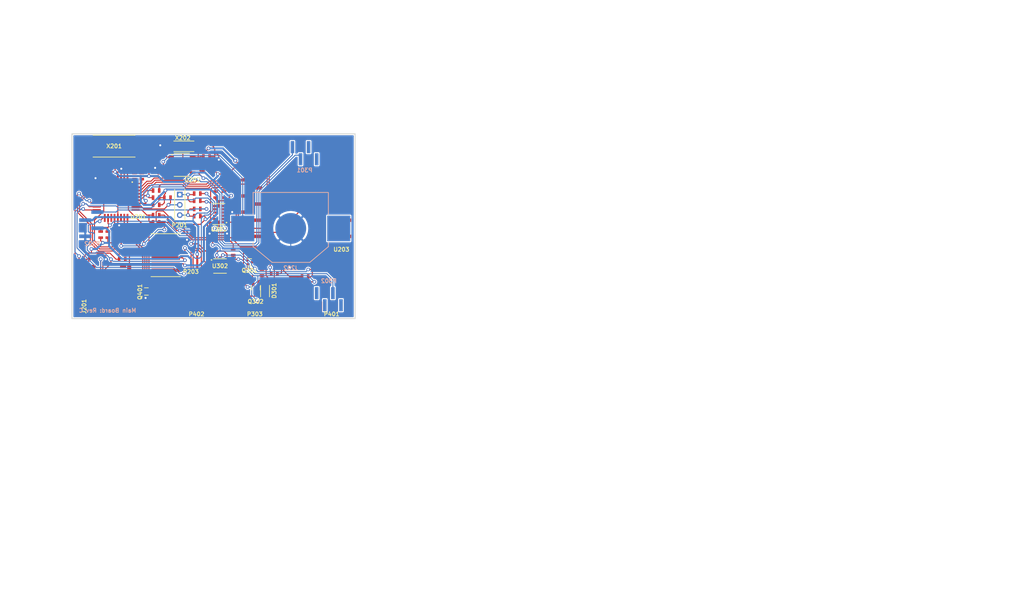
<source format=kicad_pcb>
(kicad_pcb (version 20171130) (host pcbnew "(5.1.5-0-10_14)")
  (title_block (title "Main Board") (date 2020-04-24) (rev C) (company "Project: Instrumentation Buoy V1") (comment 1 "Drawn by: Andrew Li"))
  (layers (0 F.Cu signal) (31 B.Cu signal) (34 B.Paste user) (35 F.Paste user) (36 B.SilkS user) (37 F.SilkS user) (38 B.Mask user) (39 F.Mask user) (44 Edge.Cuts user))
  (net 0 "")
  (net 1 /Microcontroller/CARD_DETECT)
  (net 2 /Microcontroller/LED_IND_1)
  (net 3 /Microcontroller/LED_IND_2)
  (net 4 /Microcontroller/MISO)
  (net 5 /Microcontroller/MOSI)
  (net 6 /Microcontroller/RTC_~IRQ)
  (net 7 /Microcontroller/SCK)
  (net 8 /Microcontroller/VSOLAR_A/D)
  (net 9 /Microcontroller/XRF_HEARTBEAT)
  (net 10 /Microcontroller/XRF_RX)
  (net 11 /Microcontroller/XRF_SLEEP)
  (net 12 /Microcontroller/XRF_TX)
  (net 13 /Microcontroller/XTAL_16MHZ_1)
  (net 14 /Microcontroller/XTAL_16MHZ_2)
  (net 15 /Microcontroller/~RESET)
  (net 16 /Microcontroller/~SS)
  (net 17 /Sensing/AIR_PRESSURE_1)
  (net 18 AIR_PRESSURE_1_A/D)
  (net 19 LED_DRIVE_PWM)
  (net 20 LIGHT_DETECT_A/D)
  (net 21 SCL)
  (net 22 SDA)
  (net 23 VAA)
  (net 24 VCC)
  (net 25 WATER_DEPTH_A/D)
  (net 26 WATER_DEPTH_ON/OFF)
  (net 27 GNDD)
  (net 28 GNDA)
  (net 29 +BATT)
  (net 30 /Microcontroller/+BATT_A/D)
  (net 31 "Net-(C204-Pad1)")
  (net 32 "Net-(C211-Pad1)")
  (net 33 "Net-(C212-Pad1)")
  (net 34 "Net-(C213-Pad2)")
  (net 35 "Net-(C214-Pad1)")
  (net 36 "Net-(D201-Pad1)")
  (net 37 "Net-(D301-Pad2)")
  (net 38 "Net-(LED201-Pad2)")
  (net 39 "Net-(LED202-Pad2)")
  (net 40 "Net-(P303-Pad1)")
  (net 41 "Net-(P303-Pad2)")
  (net 42 "Net-(P401-Pad2)")
  (net 43 "Net-(P402-Pad2)")
  (net 44 "Net-(Q301-Pad1)")
  (net 45 "Net-(Q302-Pad2)")
  (net 46 "Net-(Q401-Pad1)")
  (net 47 "Net-(R305-Pad2)")
  (net 48 "Net-(R306-Pad2)")
  (net 49 "Net-(R308-Pad2)")
  (net 50 "Net-(R309-Pad1)")
  (net 51 VDD)
  (module ECFootprints:ECA00002F (layer F.Cu) (at 88.45 58.966)
    (fp_text reference U203 (at 22.15 21.234) (layer F.SilkS) (effects (font (thickness 0.2))))
    (fp_text value ECA00002 hide)
    (pad 11 smd rect (at 23.5 18) (size 2.1 0.85) (layers F.Cu F.Paste F.Mask))
    (pad 12 smd rect (at 20.5 16) (size 2.1 0.85) (layers F.Cu F.Paste F.Mask))
    (pad 13 smd rect (at 23.5 14) (size 2.1 0.85) (layers F.Cu F.Paste F.Mask))
    (pad 14 smd rect (at 20.5 12) (size 2.1 0.85) (layers F.Cu F.Paste F.Mask))
    (pad 15 smd rect (at 23.5 10) (size 2.1 0.85) (layers F.Cu F.Paste F.Mask))
    (pad 16 smd rect (at 20.5 8) (size 2.1 0.85) (layers F.Cu F.Paste F.Mask))
    (pad 17 smd rect (at 23.5 6) (size 2.1 0.85) (layers F.Cu F.Paste F.Mask) (net 34 "Net-(C213-Pad2)"))
    (pad 18 smd rect (at 20.5 4) (size 2.1 0.85) (layers F.Cu F.Paste F.Mask))
    (pad 19 smd rect (at 23.5 2) (size 2.1 0.85) (layers F.Cu F.Paste F.Mask))
    (pad 20 smd rect (at 20.5 0) (size 2.1 0.85) (layers F.Cu F.Paste F.Mask))
    (pad 10 smd rect (at 1.5 18) (size 2.1 0.85) (layers F.Cu F.Paste F.Mask) (net 27 GNDD))
    (pad 9 smd rect (at -1.5 16) (size 2.1 0.85) (layers F.Cu F.Paste F.Mask) (net 11 /Microcontroller/XRF_SLEEP))
    (pad 8 smd rect (at 1.5 14) (size 2.1 0.85) (layers F.Cu F.Paste F.Mask))
    (pad 7 smd rect (at -1.5 12) (size 2.1 0.85) (layers F.Cu F.Paste F.Mask))
    (pad 6 smd rect (at 1.5 10) (size 2.1 0.85) (layers F.Cu F.Paste F.Mask) (net 9 /Microcontroller/XRF_HEARTBEAT))
    (pad 5 smd rect (at -1.5 8) (size 2.1 0.85) (layers F.Cu F.Paste F.Mask))
    (pad 4 smd rect (at 1.5 6) (size 2.1 0.85) (layers F.Cu F.Paste F.Mask))
    (pad 3 smd rect (at -1.5 4) (size 2.1 0.85) (layers F.Cu F.Paste F.Mask) (net 10 /Microcontroller/XRF_RX))
    (pad 2 smd rect (at 1.5 2) (size 2.1 0.85) (layers F.Cu F.Paste F.Mask) (net 12 /Microcontroller/XRF_TX))
    (pad 1 smd rect (at -1.5 0) (size 2.1 0.85) (layers F.Cu F.Paste F.Mask) (net 51 VDD))
  )
  (module ECFootprints:ECS00029F (layer B.Cu) (at 48.79 73.95 90)
    (fp_text reference P202 (at -4.85 0.21 180) (layer B.SilkS) (effects (font (thickness 0.2)) (justify mirror)))
    (fp_text value ECS00029 hide)
    (pad 4 smd rect (at -3 -1.5 180) (size 3 0.9) (layers B.Cu B.Paste B.Mask) (net 27 GNDD))
    (pad 3 smd rect (at -1 1.5 180) (size 3 0.9) (layers B.Cu B.Paste B.Mask) (net 51 VDD))
    (pad 2 smd rect (at 1 -1.5 180) (size 3 0.9) (layers B.Cu B.Paste B.Mask) (net 29 +BATT))
    (pad 1 smd rect (at 3 1.5 180) (size 3 0.9) (layers B.Cu B.Paste B.Mask) (net 24 VCC))
  )
  (module ECFootprints:ECTQFP-32 (layer F.Cu) (at 54.904 67.642 270)
    (fp_text reference U201 (at 4.458 -5.496 180) (layer F.SilkS) (effects (font (thickness 0.2))))
    (fp_text value ECS00017 hide)
    (pad 16 smd rect (at 2.794 4.7752 270) (size 0.44958 1.99898) (layers F.Cu F.Paste F.Mask) (net 4 /Microcontroller/MISO))
    (pad 15 smd rect (at 1.9812 4.7752 270) (size 0.44958 1.99898) (layers F.Cu F.Paste F.Mask) (net 5 /Microcontroller/MOSI))
    (pad 14 smd rect (at 1.1684 4.7752 270) (size 0.44958 1.99898) (layers F.Cu F.Paste F.Mask) (net 16 /Microcontroller/~SS))
    (pad 13 smd rect (at 0.3556 4.7752 270) (size 0.44958 1.99898) (layers F.Cu F.Paste F.Mask) (net 19 LED_DRIVE_PWM))
    (pad 12 smd rect (at -0.4318 4.7752 270) (size 0.44958 1.99898) (layers F.Cu F.Paste F.Mask) (net 26 WATER_DEPTH_ON/OFF))
    (pad 11 smd rect (at -1.2192 4.7752 270) (size 0.44958 1.99898) (layers F.Cu F.Paste F.Mask) (net 1 /Microcontroller/CARD_DETECT))
    (pad 10 smd rect (at -2.032 4.7752 270) (size 0.44958 1.99898) (layers F.Cu F.Paste F.Mask) (net 3 /Microcontroller/LED_IND_2))
    (pad 9 smd rect (at -2.8194 4.7752 270) (size 0.44958 1.99898) (layers F.Cu F.Paste F.Mask) (net 2 /Microcontroller/LED_IND_1))
    (pad 25 smd rect (at 2.77368 -4.826 270) (size 0.44958 1.99898) (layers F.Cu F.Paste F.Mask) (net 20 LIGHT_DETECT_A/D))
    (pad 26 smd rect (at 1.97612 -4.826 270) (size 0.44958 1.99898) (layers F.Cu F.Paste F.Mask) (net 36 "Net-(D201-Pad1)"))
    (pad 27 smd rect (at 1.17348 -4.826 270) (size 0.44958 1.99898) (layers F.Cu F.Paste F.Mask) (net 22 SDA))
    (pad 28 smd rect (at 0.37592 -4.826 270) (size 0.44958 1.99898) (layers F.Cu F.Paste F.Mask) (net 21 SCL))
    (pad 29 smd rect (at -0.42672 -4.826 270) (size 0.44958 1.99898) (layers F.Cu F.Paste F.Mask) (net 15 /Microcontroller/~RESET))
    (pad 30 smd rect (at -1.22428 -4.826 270) (size 0.44958 1.99898) (layers F.Cu F.Paste F.Mask) (net 12 /Microcontroller/XRF_TX))
    (pad 31 smd rect (at -2.02692 -4.826 270) (size 0.44958 1.99898) (layers F.Cu F.Paste F.Mask) (net 10 /Microcontroller/XRF_RX))
    (pad 32 smd rect (at -2.82448 -4.826 270) (size 0.44958 1.99898) (layers F.Cu F.Paste F.Mask) (net 6 /Microcontroller/RTC_~IRQ))
    (pad 23 smd rect (at 4.7498 -2.032 270) (size 1.99898 0.44958) (layers F.Cu F.Paste F.Mask) (net 25 WATER_DEPTH_A/D))
    (pad 22 smd rect (at 4.7498 -1.2192 270) (size 1.99898 0.44958) (layers F.Cu F.Paste F.Mask))
    (pad 21 smd rect (at 4.7498 -0.4318 270) (size 1.99898 0.44958) (layers F.Cu F.Paste F.Mask) (net 27 GNDD))
    (pad 20 smd rect (at 4.7498 0.381 270) (size 1.99898 0.44958) (layers F.Cu F.Paste F.Mask) (net 31 "Net-(C204-Pad1)"))
    (pad 19 smd rect (at 4.7498 1.1684 270) (size 1.99898 0.44958) (layers F.Cu F.Paste F.Mask))
    (pad 18 smd rect (at 4.7498 1.9812 270) (size 1.99898 0.44958) (layers F.Cu F.Paste F.Mask) (net 23 VAA))
    (pad 17 smd rect (at 4.7498 2.794 270) (size 1.99898 0.44958) (layers F.Cu F.Paste F.Mask) (net 7 /Microcontroller/SCK))
    (pad 24 smd rect (at 4.7498 -2.8194 270) (size 1.99898 0.44958) (layers F.Cu F.Paste F.Mask) (net 18 AIR_PRESSURE_1_A/D))
    (pad 1 smd rect (at -4.81584 -2.82448 270) (size 1.99898 0.44958) (layers F.Cu F.Paste F.Mask) (net 9 /Microcontroller/XRF_HEARTBEAT))
    (pad 2 smd rect (at -4.81584 -2.02438 270) (size 1.99898 0.44958) (layers F.Cu F.Paste F.Mask) (net 11 /Microcontroller/XRF_SLEEP))
    (pad 3 smd rect (at -4.81584 -1.22428 270) (size 1.99898 0.44958) (layers F.Cu F.Paste F.Mask) (net 27 GNDD))
    (pad 4 smd rect (at -4.81584 -0.42418 270) (size 1.99898 0.44958) (layers F.Cu F.Paste F.Mask) (net 51 VDD))
    (pad 5 smd rect (at -4.81584 0.37592 270) (size 1.99898 0.44958) (layers F.Cu F.Paste F.Mask) (net 27 GNDD))
    (pad 6 smd rect (at -4.81584 1.17602 270) (size 1.99898 0.44958) (layers F.Cu F.Paste F.Mask) (net 51 VDD))
    (pad 7 smd rect (at -4.81584 1.97612 270) (size 1.99898 0.44958) (layers F.Cu F.Paste F.Mask) (net 13 /Microcontroller/XTAL_16MHZ_1))
    (pad 8 smd rect (at -4.81584 2.77622 270) (size 1.99898 0.44958) (layers F.Cu F.Paste F.Mask) (net 14 /Microcontroller/XTAL_16MHZ_2))
  )
  (module ECFootprints:ECSOT416 (layer F.Cu) (at 62.4 90.6 270)
    (fp_text reference Q401 (at 0.1 1.6 90) (layer F.SilkS) (effects (font (thickness 0.2))))
    (fp_text value ECS00087 hide)
    (pad 3 smd rect (at 0 -0.55 270) (size 0.53 0.53) (layers F.Cu F.Paste F.Mask) (net 43 "Net-(P402-Pad2)"))
    (pad 1 smd rect (at -0.5 0.55 270) (size 0.53 0.53) (layers F.Cu F.Paste F.Mask) (net 46 "Net-(Q401-Pad1)"))
    (pad 2 smd rect (at 0.5 0.55 270) (size 0.53 0.53) (layers F.Cu F.Paste F.Mask) (net 27 GNDD))
  )
  (module ECFootprints:ECSOT416 (layer F.Cu) (at 87.924 83.39 270)
    (fp_text reference Q301 (at 2.01 0 180) (layer F.SilkS) (effects (font (thickness 0.2))))
    (fp_text value ECS00087 hide)
    (pad 3 smd rect (at 0 -0.55 270) (size 0.53 0.53) (layers F.Cu F.Paste F.Mask) (net 40 "Net-(P303-Pad1)"))
    (pad 1 smd rect (at -0.5 0.55 270) (size 0.53 0.53) (layers F.Cu F.Paste F.Mask) (net 44 "Net-(Q301-Pad1)"))
    (pad 2 smd rect (at 0.5 0.55 270) (size 0.53 0.53) (layers F.Cu F.Paste F.Mask) (net 28 GNDA))
  )
  (module ECFootprints:ECSOT323 (layer F.Cu) (at 89.448 89.74)
    (fp_text reference Q302 (at -0.048 3.36) (layer F.SilkS) (effects (font (thickness 0.2))))
    (fp_text value ECS00073 hide)
    (pad 3 smd rect (at 0 0.94996) (size 0.59944 1.00076) (layers F.Cu F.Paste F.Mask) (net 41 "Net-(P303-Pad2)"))
    (pad 1 smd rect (at 0.65024 -0.94996) (size 0.59944 1.00076) (layers F.Cu F.Paste F.Mask) (net 37 "Net-(D301-Pad2)"))
    (pad 2 smd rect (at -0.65024 -0.94996) (size 0.59944 1.00076) (layers F.Cu F.Paste F.Mask) (net 45 "Net-(Q302-Pad2)"))
  )
  (module ECFootprints:ECSOIC-8 (layer F.Cu) (at 71.16 59.26 270)
    (fp_text reference U202 (at 3.74 -2.64 180) (layer F.SilkS) (effects (font (thickness 0.2))))
    (fp_text value ECS00032 hide)
    (pad 4 smd rect (at 1.905 2.667 270) (size 0.59944 1.39954) (layers F.Cu F.Paste F.Mask) (net 27 GNDD))
    (pad 3 smd rect (at 0.635 2.667 270) (size 0.59944 1.39954) (layers F.Cu F.Paste F.Mask) (net 32 "Net-(C211-Pad1)"))
    (pad 2 smd rect (at -0.635 2.667 270) (size 0.59944 1.39954) (layers F.Cu F.Paste F.Mask) (net 33 "Net-(C212-Pad1)"))
    (pad 5 smd rect (at 1.905 -2.667 270) (size 0.59944 1.39954) (layers F.Cu F.Paste F.Mask) (net 22 SDA))
    (pad 6 smd rect (at 0.635 -2.667 270) (size 0.59944 1.39954) (layers F.Cu F.Paste F.Mask) (net 21 SCL))
    (pad 7 smd rect (at -0.635 -2.667 270) (size 0.59944 1.39954) (layers F.Cu F.Paste F.Mask) (net 6 /Microcontroller/RTC_~IRQ))
    (pad 1 smd rect (at -1.905 2.667 270) (size 0.59944 1.39954) (layers F.Cu F.Paste F.Mask) (net 35 "Net-(C214-Pad1)"))
    (pad 8 smd rect (at -1.905 -2.667 270) (size 0.59944 1.39954) (layers F.Cu F.Paste F.Mask) (net 51 VDD))
  )
  (module ECFootprints:ECS00067F (layer F.Cu) (at 68.112 95.074 180)
    (fp_text reference P402 (at -6.688 -1.126) (layer F.SilkS) (effects (font (thickness 0.2))))
    (fp_text value ECS00067 hide)
    (pad "" smd rect (at 3.4 0 180) (size 1.6 3) (drill (offset 0 0.5)) (layers F.Cu F.Paste F.Mask))
    (pad "" smd rect (at -3.4 0 180) (size 1.6 3) (drill (offset 0 0.5)) (layers F.Cu F.Paste F.Mask))
    (pad 1 smd rect (at -1 2.75 180) (size 1 5.5) (layers F.Cu F.Paste F.Mask) (net 29 +BATT))
    (pad 2 smd rect (at 1 2.75 180) (size 1 5.5) (layers F.Cu F.Paste F.Mask) (net 43 "Net-(P402-Pad2)"))
  )
  (module ECFootprints:ECS00067F (layer F.Cu) (at 82.59 95.074 180)
    (fp_text reference P303 (at -6.61 -1.126) (layer F.SilkS) (effects (font (thickness 0.2))))
    (fp_text value ECS00067 hide)
    (pad "" smd rect (at 3.4 0 180) (size 1.6 3) (drill (offset 0 0.5)) (layers F.Cu F.Paste F.Mask))
    (pad "" smd rect (at -3.4 0 180) (size 1.6 3) (drill (offset 0 0.5)) (layers F.Cu F.Paste F.Mask))
    (pad 1 smd rect (at -1 2.75 180) (size 1 5.5) (layers F.Cu F.Paste F.Mask) (net 40 "Net-(P303-Pad1)"))
    (pad 2 smd rect (at 1 2.75 180) (size 1 5.5) (layers F.Cu F.Paste F.Mask) (net 41 "Net-(P303-Pad2)"))
  )
  (module ECFootprints:ECS00067F (layer F.Cu) (at 101.64 95.074 180)
    (fp_text reference P401 (at -6.56 -1.126) (layer F.SilkS) (effects (font (thickness 0.2))))
    (fp_text value ECS00067 hide)
    (pad "" smd rect (at 3.4 0 180) (size 1.6 3) (drill (offset 0 0.5)) (layers F.Cu F.Paste F.Mask))
    (pad "" smd rect (at -3.4 0 180) (size 1.6 3) (drill (offset 0 0.5)) (layers F.Cu F.Paste F.Mask))
    (pad 1 smd rect (at -1 2.75 180) (size 1 5.5) (layers F.Cu F.Paste F.Mask) (net 23 VAA))
    (pad 2 smd rect (at 1 2.75 180) (size 1 5.5) (layers F.Cu F.Paste F.Mask) (net 42 "Net-(P401-Pad2)"))
  )
  (module ECFootprints:ECS00029F (layer B.Cu) (at 101.5 56.39 180)
    (fp_text reference P301 (at 0 -4.21) (layer B.SilkS) (effects (font (thickness 0.2)) (justify mirror)))
    (fp_text value ECS00029 hide)
    (pad 4 smd rect (at -3 -1.5 270) (size 3 0.9) (layers B.Cu B.Paste B.Mask))
    (pad 3 smd rect (at -1 1.5 270) (size 3 0.9) (layers B.Cu B.Paste B.Mask))
    (pad 2 smd rect (at 1 -1.5 270) (size 3 0.9) (layers B.Cu B.Paste B.Mask) (net 21 SCL))
    (pad 1 smd rect (at 3 1.5 270) (size 3 0.9) (layers B.Cu B.Paste B.Mask) (net 22 SDA))
  )
  (module ECFootprints:ECS00029F (layer B.Cu) (at 107.5 92.51 180)
    (fp_text reference P302 (at 0 4.51) (layer B.SilkS) (effects (font (thickness 0.2)) (justify mirror)))
    (fp_text value ECS00029 hide)
    (pad 4 smd rect (at -3 -1.5 270) (size 3 0.9) (layers B.Cu B.Paste B.Mask))
    (pad 3 smd rect (at -1 1.5 270) (size 3 0.9) (layers B.Cu B.Paste B.Mask) (net 17 /Sensing/AIR_PRESSURE_1))
    (pad 2 smd rect (at 1 -1.5 270) (size 3 0.9) (layers B.Cu B.Paste B.Mask))
    (pad 1 smd rect (at 3 1.5 270) (size 3 0.9) (layers B.Cu B.Paste B.Mask))
  )
  (module ECFootprints:ECS00006F (layer F.Cu) (at 54.414 54.648 180)
    (fp_text reference X201 (at 0 0) (layer F.SilkS) (effects (font (thickness 0.2))))
    (fp_text value ECS00006 hide)
    (pad 1 smd rect (at -4.75 0 180) (size 5.5 2) (layers F.Cu F.Paste F.Mask) (net 13 /Microcontroller/XTAL_16MHZ_1))
    (pad 2 smd rect (at 4.75 0 180) (size 5.5 2) (layers F.Cu F.Paste F.Mask) (net 14 /Microcontroller/XTAL_16MHZ_2))
  )
  (module ECFootprints:ECS00005F (layer F.Cu) (at 71.668 54.688)
    (fp_text reference X202 (at -0.268 -2.088) (layer F.SilkS) (effects (font (thickness 0.2))))
    (fp_text value ECS00005 hide)
    (pad 2 smd rect (at -2.1 0) (size 1.3 2.2) (layers F.Cu F.Paste F.Mask) (net 35 "Net-(C214-Pad1)"))
    (pad 1 smd rect (at 2.1 0) (size 1.3 2.2) (layers F.Cu F.Paste F.Mask) (net 33 "Net-(C212-Pad1)"))
  )
  (module ECFootprints:EC0603 (layer F.Cu) (at 82.082 87.2)
    (fp_text reference R305 hide)
    (fp_text value ECS00085 hide)
    (pad 2 smd rect (at 0.762 0) (size 0.635 1.143) (layers F.Cu F.Paste F.Mask) (net 47 "Net-(R305-Pad2)"))
    (pad 1 smd rect (at -0.762 0) (size 0.635 1.143) (layers F.Cu F.Paste F.Mask) (net 41 "Net-(P303-Pad2)"))
  )
  (module ECFootprints:EC0603 (layer F.Cu) (at 74.97 70.182)
    (fp_text reference R203 hide)
    (fp_text value ECS00085 hide)
    (pad 2 smd rect (at 0.762 0) (size 0.635 1.143) (layers F.Cu F.Paste F.Mask) (net 24 VCC))
    (pad 1 smd rect (at -0.762 0) (size 0.635 1.143) (layers F.Cu F.Paste F.Mask) (net 8 /Microcontroller/VSOLAR_A/D))
  )
  (module ECFootprints:EC0603 (layer F.Cu) (at 94.02 86.184)
    (fp_text reference R306 hide)
    (fp_text value ECS00085 hide)
    (pad 2 smd rect (at 0.762 0) (size 0.635 1.143) (layers F.Cu F.Paste F.Mask) (net 48 "Net-(R306-Pad2)"))
    (pad 1 smd rect (at -0.762 0) (size 0.635 1.143) (layers F.Cu F.Paste F.Mask) (net 40 "Net-(P303-Pad1)"))
  )
  (module ECFootprints:EC0603 (layer F.Cu) (at 84.876 87.2)
    (fp_text reference R307 hide)
    (fp_text value ECS00085 hide)
    (pad 2 smd rect (at 0.762 0) (size 0.635 1.143) (layers F.Cu F.Paste F.Mask) (net 28 GNDA))
    (pad 1 smd rect (at -0.762 0) (size 0.635 1.143) (layers F.Cu F.Paste F.Mask) (net 47 "Net-(R305-Pad2)"))
  )
  (module ECFootprints:EC0603 (layer F.Cu) (at 91.226 83.136 180)
    (fp_text reference R301 hide)
    (fp_text value ECS00045 hide)
    (pad 2 smd rect (at 0.762 0 180) (size 0.635 1.143) (layers F.Cu F.Paste F.Mask) (net 26 WATER_DEPTH_ON/OFF))
    (pad 1 smd rect (at -0.762 0 180) (size 0.635 1.143) (layers F.Cu F.Paste F.Mask) (net 28 GNDA))
  )
  (module ECFootprints:EC0603 (layer F.Cu) (at 58.206 76.532 90)
    (fp_text reference R310 hide)
    (fp_text value ECS00083 hide)
    (pad 2 smd rect (at 0.762 0 90) (size 0.635 1.143) (layers F.Cu F.Paste F.Mask) (net 25 WATER_DEPTH_A/D))
    (pad 1 smd rect (at -0.762 0 90) (size 0.635 1.143) (layers F.Cu F.Paste F.Mask) (net 49 "Net-(R308-Pad2)"))
  )
  (module ECFootprints:EC0603 (layer F.Cu) (at 90.972 85.93 270)
    (fp_text reference R302 hide)
    (fp_text value ECS00083 hide)
    (pad 2 smd rect (at 0.762 0 270) (size 0.635 1.143) (layers F.Cu F.Paste F.Mask) (net 37 "Net-(D301-Pad2)"))
    (pad 1 smd rect (at -0.762 0 270) (size 0.635 1.143) (layers F.Cu F.Paste F.Mask) (net 40 "Net-(P303-Pad1)"))
  )
  (module ECFootprints:EC0603 (layer F.Cu) (at 101.64 86.946 180)
    (fp_text reference R401 hide)
    (fp_text value ECS00085 hide)
    (pad 2 smd rect (at 0.762 0 180) (size 0.635 1.143) (layers F.Cu F.Paste F.Mask) (net 42 "Net-(P401-Pad2)"))
    (pad 1 smd rect (at -0.762 0 180) (size 0.635 1.143) (layers F.Cu F.Paste F.Mask) (net 28 GNDA))
  )
  (module ECFootprints:EC0603 (layer F.Cu) (at 62.2 93.6 180)
    (fp_text reference R403 hide)
    (fp_text value ECS00045 hide)
    (pad 2 smd rect (at 0.762 0 180) (size 0.635 1.143) (layers F.Cu F.Paste F.Mask) (net 19 LED_DRIVE_PWM))
    (pad 1 smd rect (at -0.762 0 180) (size 0.635 1.143) (layers F.Cu F.Paste F.Mask) (net 27 GNDD))
  )
  (module ECFootprints:EC0603 (layer F.Cu) (at 74.97 66.372 180)
    (fp_text reference R202 hide)
    (fp_text value ECS00045 hide)
    (pad 2 smd rect (at 0.762 0 180) (size 0.635 1.143) (layers F.Cu F.Paste F.Mask) (net 30 /Microcontroller/+BATT_A/D))
    (pad 1 smd rect (at -0.762 0 180) (size 0.635 1.143) (layers F.Cu F.Paste F.Mask) (net 28 GNDA))
  )
  (module ECFootprints:EC0603 (layer F.Cu) (at 64.81 67.388)
    (fp_text reference R210 hide)
    (fp_text value ECS00084 hide)
    (pad 2 smd rect (at 0.762 0) (size 0.635 1.143) (layers F.Cu F.Paste F.Mask) (net 51 VDD))
    (pad 1 smd rect (at -0.762 0) (size 0.635 1.143) (layers F.Cu F.Paste F.Mask) (net 21 SCL))
  )
  (module ECFootprints:EC0603 (layer F.Cu) (at 74.97 68.15)
    (fp_text reference R201 hide)
    (fp_text value ECS00086 hide)
    (pad 2 smd rect (at 0.762 0) (size 0.635 1.143) (layers F.Cu F.Paste F.Mask) (net 29 +BATT))
    (pad 1 smd rect (at -0.762 0) (size 0.635 1.143) (layers F.Cu F.Paste F.Mask) (net 30 /Microcontroller/+BATT_A/D))
  )
  (module ECFootprints:EC0603 (layer F.Cu) (at 59.984 76.532 90)
    (fp_text reference R309 hide)
    (fp_text value ECS00083 hide)
    (pad 2 smd rect (at 0.762 0 90) (size 0.635 1.143) (layers F.Cu F.Paste F.Mask) (net 18 AIR_PRESSURE_1_A/D))
    (pad 1 smd rect (at -0.762 0 90) (size 0.635 1.143) (layers F.Cu F.Paste F.Mask) (net 50 "Net-(R309-Pad1)"))
  )
  (module ECFootprints:EC0603 (layer F.Cu) (at 64.81 69.166)
    (fp_text reference R209 hide)
    (fp_text value ECS00084 hide)
    (pad 2 smd rect (at 0.762 0) (size 0.635 1.143) (layers F.Cu F.Paste F.Mask) (net 51 VDD))
    (pad 1 smd rect (at -0.762 0) (size 0.635 1.143) (layers F.Cu F.Paste F.Mask) (net 22 SDA))
  )
  (module ECFootprints:EC0603 (layer F.Cu) (at 47.284 59.768 270)
    (fp_text reference R205 hide)
    (fp_text value ECS00081 hide)
    (pad 2 smd rect (at 0.762 0 270) (size 0.635 1.143) (layers F.Cu F.Paste F.Mask) (net 38 "Net-(LED201-Pad2)"))
    (pad 1 smd rect (at -0.762 0 270) (size 0.635 1.143) (layers F.Cu F.Paste F.Mask) (net 27 GNDD))
  )
  (module ECFootprints:EC0603 (layer F.Cu) (at 56.428 82.628 180)
    (fp_text reference R207 hide)
    (fp_text value ECS00045 hide)
    (pad 2 smd rect (at 0.762 0 180) (size 0.635 1.143) (layers F.Cu F.Paste F.Mask) (net 51 VDD))
    (pad 1 smd rect (at -0.762 0 180) (size 0.635 1.143) (layers F.Cu F.Paste F.Mask) (net 1 /Microcontroller/CARD_DETECT))
  )
  (module ECFootprints:EC0603 (layer F.Cu) (at 61.254 62.054 90)
    (fp_text reference R208 hide)
    (fp_text value ECS00045 hide)
    (pad 2 smd rect (at 0.762 0 90) (size 0.635 1.143) (layers F.Cu F.Paste F.Mask) (net 51 VDD))
    (pad 1 smd rect (at -0.762 0 90) (size 0.635 1.143) (layers F.Cu F.Paste F.Mask) (net 15 /Microcontroller/~RESET))
  )
  (module ECFootprints:EC0603 (layer F.Cu) (at 77.256 60.784)
    (fp_text reference R211 hide)
    (fp_text value ECS00086 hide)
    (pad 2 smd rect (at 0.762 0) (size 0.635 1.143) (layers F.Cu F.Paste F.Mask) (net 51 VDD))
    (pad 1 smd rect (at -0.762 0) (size 0.635 1.143) (layers F.Cu F.Paste F.Mask) (net 6 /Microcontroller/RTC_~IRQ))
  )
  (module ECFootprints:EC0603 (layer F.Cu) (at 87.67 87.2 180)
    (fp_text reference R304 hide)
    (fp_text value ECS00080 hide)
    (pad 2 smd rect (at 0.762 0 180) (size 0.635 1.143) (layers F.Cu F.Paste F.Mask) (net 23 VAA))
    (pad 1 smd rect (at -0.762 0 180) (size 0.635 1.143) (layers F.Cu F.Paste F.Mask) (net 45 "Net-(Q302-Pad2)"))
  )
  (module ECFootprints:EC0603 (layer F.Cu) (at 64.81 71.706 180)
    (fp_text reference R402 hide)
    (fp_text value ECS00083 hide)
    (pad 2 smd rect (at 0.762 0 180) (size 0.635 1.143) (layers F.Cu F.Paste F.Mask) (net 20 LIGHT_DETECT_A/D))
    (pad 1 smd rect (at -0.762 0 180) (size 0.635 1.143) (layers F.Cu F.Paste F.Mask) (net 42 "Net-(P401-Pad2)"))
  )
  (module ECFootprints:EC0603 (layer F.Cu) (at 74.97 71.96 180)
    (fp_text reference R204 hide)
    (fp_text value ECS00045 hide)
    (pad 2 smd rect (at 0.762 0 180) (size 0.635 1.143) (layers F.Cu F.Paste F.Mask) (net 8 /Microcontroller/VSOLAR_A/D))
    (pad 1 smd rect (at -0.762 0 180) (size 0.635 1.143) (layers F.Cu F.Paste F.Mask) (net 28 GNDA))
  )
  (module ECFootprints:EC0603 (layer F.Cu) (at 45.506 59.768 270)
    (fp_text reference R206 hide)
    (fp_text value ECS00081 hide)
    (pad 2 smd rect (at 0.762 0 270) (size 0.635 1.143) (layers F.Cu F.Paste F.Mask) (net 39 "Net-(LED202-Pad2)"))
    (pad 1 smd rect (at -0.762 0 270) (size 0.635 1.143) (layers F.Cu F.Paste F.Mask) (net 27 GNDD))
  )
  (module ECFootprints:ECS00065F (layer F.Cu) (at 48.046 90.248 270)
    (fp_text reference J201 (at 4.052 1.046 270) (layer F.SilkS) (effects (font (thickness 0.2))))
    (fp_text value ECS00065 hide)
    (pad 4 smd rect (at 0 -0.875 270) (size 0.7 1.75) (layers F.Cu F.Paste F.Mask) (net 51 VDD))
    (pad 5 smd rect (at -1.1 -0.875 270) (size 0.7 1.75) (layers F.Cu F.Paste F.Mask) (net 7 /Microcontroller/SCK))
    (pad 3 smd rect (at 1.1 -0.875 270) (size 0.7 1.75) (layers F.Cu F.Paste F.Mask) (net 5 /Microcontroller/MOSI))
    (pad 6 smd rect (at -2.2 -0.875 270) (size 0.7 1.75) (layers F.Cu F.Paste F.Mask) (net 27 GNDD))
    (pad 2 smd rect (at 2.2 -0.875 270) (size 0.7 1.75) (layers F.Cu F.Paste F.Mask) (net 16 /Microcontroller/~SS))
    (pad 7 smd rect (at -3.3 -0.875 270) (size 0.7 1.75) (layers F.Cu F.Paste F.Mask) (net 4 /Microcontroller/MISO))
    (pad 1 smd rect (at 3.3 -0.875 270) (size 0.7 1.75) (layers F.Cu F.Paste F.Mask))
    (pad 8 smd rect (at -4.4 -0.875 270) (size 0.7 1.75) (layers F.Cu F.Paste F.Mask))
    (pad "" smd rect (at -5.6 -1 270) (size 1.3 1.5) (layers F.Cu F.Paste F.Mask))
    (pad "" smd rect (at 5.75 -1 270) (size 1.5 1.5) (layers F.Cu F.Paste F.Mask))
    (pad "" smd rect (at -5.85 -8.6 270) (size 0.8 1.5) (layers F.Cu F.Paste F.Mask))
    (pad 9 smd rect (at -5.35 -10.1 270) (size 1.8 1) (layers F.Cu F.Paste F.Mask) (net 1 /Microcontroller/CARD_DETECT))
    (pad 10 smd rect (at 5.75 -11.675 270) (size 1 1.55) (layers F.Cu F.Paste F.Mask))
    (pad "" smd rect (at 6.1 -9.25 270) (size 0.8 1.4) (layers F.Cu F.Paste F.Mask))
  )
  (module ECFootprints:ECS00013F (layer F.Cu) (at 70.652 69.166 270)
    (fp_text reference P201 (at 5.034 0.052 180) (layer F.SilkS) (effects (font (thickness 0.2))))
    (fp_text value ECS00013 hide)
    (pad 3 thru_hole circle (at 2.54 0 270) (size 1.397 1.397) (drill 0.8128) (layers *.Cu *.Mask) (net 8 /Microcontroller/VSOLAR_A/D))
    (pad 2 thru_hole circle (at 0 0 270) (size 1.397 1.397) (drill 0.8128) (layers *.Cu *.Mask) (net 36 "Net-(D201-Pad1)"))
    (pad 1 thru_hole rect (at -2.54 0 270) (size 1.397 1.397) (drill 0.8128) (layers *.Cu *.Mask) (net 30 /Microcontroller/+BATT_A/D))
  )
  (module ECFootprints:EC0603 (layer F.Cu) (at 84.622 84.66 90)
    (fp_text reference R308 hide)
    (fp_text value ECS00085 hide)
    (pad 2 smd rect (at 0.762 0 90) (size 0.635 1.143) (layers F.Cu F.Paste F.Mask) (net 49 "Net-(R308-Pad2)"))
    (pad 1 smd rect (at -0.762 0 90) (size 0.635 1.143) (layers F.Cu F.Paste F.Mask) (net 48 "Net-(R306-Pad2)"))
  )
  (module ECFootprints:ECS00016F (layer F.Cu) (at 80.304 71.452 180)
    (fp_text reference U301 (at 0 -3.748) (layer F.SilkS) (effects (font (thickness 0.2))))
    (fp_text value ECS00016 hide)
    (pad 13 smd rect (at 1.01 -2.01 180) (size 0.813 0.5) (layers F.Cu F.Paste F.Mask) (net 22 SDA))
    (pad 12 smd rect (at 1.01 -1.21 180) (size 0.813 0.5) (layers F.Cu F.Paste F.Mask) (net 27 GNDD))
    (pad 11 smd rect (at 1.01 -0.41 180) (size 0.813 0.5) (layers F.Cu F.Paste F.Mask))
    (pad 10 smd rect (at 1.01 0.39 180) (size 0.813 0.5) (layers F.Cu F.Paste F.Mask))
    (pad 9 smd rect (at 1.01 1.19 180) (size 0.813 0.5) (layers F.Cu F.Paste F.Mask))
    (pad 8 smd rect (at 1.01 1.99 180) (size 0.813 0.5) (layers F.Cu F.Paste F.Mask))
    (pad 6 smd rect (at -1.01 1.99 180) (size 0.813 0.5) (layers F.Cu F.Paste F.Mask) (net 51 VDD))
    (pad 5 smd rect (at -1.01 1.19 180) (size 0.813 0.5) (layers F.Cu F.Paste F.Mask) (net 27 GNDD))
    (pad 4 smd rect (at -1.01 0.39 180) (size 0.813 0.5) (layers F.Cu F.Paste F.Mask) (net 27 GNDD))
    (pad 3 smd rect (at -1.01 -0.41 180) (size 0.813 0.5) (layers F.Cu F.Paste F.Mask))
    (pad 2 smd rect (at -1.01 -1.21 180) (size 0.813 0.5) (layers F.Cu F.Paste F.Mask) (net 27 GNDD))
    (pad 1 smd rect (at -1.01 -2.01 180) (size 0.813 0.5) (layers F.Cu F.Paste F.Mask) (net 51 VDD))
    (pad 14 smd rect (at 0 -2.01 270) (size 0.813 0.5) (layers F.Cu F.Paste F.Mask) (net 21 SCL))
    (pad 7 smd rect (at 0 2.01 270) (size 0.813 0.5) (layers F.Cu F.Paste F.Mask) (net 51 VDD))
  )
  (module ECFootprints:ECS00072F (layer F.Cu) (at 91.734 90.502 90)
    (fp_text reference D301 (at 0.102 2.266 90) (layer F.SilkS) (effects (font (thickness 0.2))))
    (fp_text value ECS00072 hide)
    (pad 1 smd rect (at -1.83 0 90) (size 0.915 1.22) (layers F.Cu F.Paste F.Mask) (net 23 VAA))
    (pad 2 smd rect (at 1.82 0 90) (size 0.915 1.22) (layers F.Cu F.Paste F.Mask) (net 37 "Net-(D301-Pad2)"))
  )
  (module ECFootprints:EC0603 (layer F.Cu) (at 88.432 81.358 180)
    (fp_text reference R303 hide)
    (fp_text value ECS00080 hide)
    (pad 2 smd rect (at 0.762 0 180) (size 0.635 1.143) (layers F.Cu F.Paste F.Mask) (net 44 "Net-(Q301-Pad1)"))
    (pad 1 smd rect (at -0.762 0 180) (size 0.635 1.143) (layers F.Cu F.Paste F.Mask) (net 26 WATER_DEPTH_ON/OFF))
  )
  (module ECFootprints:EC0603 (layer F.Cu) (at 63.794 88.216)
    (fp_text reference R404 hide)
    (fp_text value ECS00080 hide)
    (pad 2 smd rect (at 0.762 0) (size 0.635 1.143) (layers F.Cu F.Paste F.Mask) (net 46 "Net-(Q401-Pad1)"))
    (pad 1 smd rect (at -0.762 0) (size 0.635 1.143) (layers F.Cu F.Paste F.Mask) (net 19 LED_DRIVE_PWM))
  )
  (module ECFootprints:ECS00094F (layer B.Cu) (at 98.084 75.008 180)
    (fp_text reference J202 (at 0 -9.792) (layer B.SilkS) (effects (font (thickness 0.2)) (justify mirror)))
    (fp_text value ECS00094 hide)
    (pad 1 smd rect (at -11.87 0 180) (size 5.72 6.35) (layers B.Cu B.Paste B.Mask))
    (pad 3 smd rect (at 11.87 0 180) (size 5.72 6.35) (layers B.Cu B.Paste B.Mask) (net 32 "Net-(C211-Pad1)"))
    (pad 2 smd circle (at 0 0 180) (size 7.62 7.62) (layers B.Cu B.Mask) (net 27 GNDD))
  )
  (module ECFootprints:ECS00015F (layer F.Cu) (at 65.191 81.612 90)
    (fp_text reference P203 (at -4.088 8.209 180) (layer F.SilkS) (effects (font (thickness 0.2))))
    (fp_text value ECS00015 hide)
    (pad 3 smd rect (at -0.75 2 90) (size 0.85 7) (layers F.Cu F.Paste F.Mask) (net 7 /Microcontroller/SCK))
    (pad 2 smd rect (at -2.25 2 90) (size 0.85 7) (layers F.Cu F.Paste F.Mask) (net 51 VDD))
    (pad 1 smd rect (at -3.75 2 90) (size 0.85 7) (layers F.Cu F.Paste F.Mask) (net 4 /Microcontroller/MISO))
    (pad 4 smd rect (at 0.75 2 90) (size 0.85 7) (layers F.Cu F.Paste F.Mask) (net 5 /Microcontroller/MOSI))
    (pad 5 smd rect (at 2.25 2 90) (size 0.85 7) (layers F.Cu F.Paste F.Mask) (net 15 /Microcontroller/~RESET))
    (pad 6 smd rect (at 3.75 2 90) (size 0.85 7) (layers F.Cu F.Paste F.Mask) (net 27 GNDD))
  )
  (module ECFootprints:EC0603_LED (layer F.Cu) (at 47.284 62.562 90)
    (fp_text reference LED201 hide)
    (fp_text value ECS00035 hide)
    (pad 2 smd rect (at 0.762 0 90) (size 0.635 1.143) (layers F.Cu F.Paste F.Mask) (net 38 "Net-(LED201-Pad2)"))
    (pad 1 smd rect (at -0.762 0 90) (size 0.635 1.143) (layers F.Cu F.Paste F.Mask) (net 2 /Microcontroller/LED_IND_1))
  )
  (module ECFootprints:EC0603_LED (layer F.Cu) (at 45.506 62.562 90)
    (fp_text reference LED202 hide)
    (fp_text value ECS00035 hide)
    (pad 2 smd rect (at 0.762 0 90) (size 0.635 1.143) (layers F.Cu F.Paste F.Mask) (net 39 "Net-(LED202-Pad2)"))
    (pad 1 smd rect (at -0.762 0 90) (size 0.635 1.143) (layers F.Cu F.Paste F.Mask) (net 3 /Microcontroller/LED_IND_2))
  )
  (module ECFootprints:EC0603_C (layer F.Cu) (at 56.7 58.458 180)
    (fp_text reference C206 hide)
    (fp_text value ECS00077 hide)
    (pad 2 smd rect (at 0.762 0 180) (size 0.635 1.143) (layers F.Cu F.Paste F.Mask) (net 27 GNDD))
    (pad 1 smd rect (at -0.762 0 180) (size 0.635 1.143) (layers F.Cu F.Paste F.Mask) (net 13 /Microcontroller/XTAL_16MHZ_1))
  )
  (module ECFootprints:EC0603_C (layer F.Cu) (at 52.636 58.966 90)
    (fp_text reference C201 hide)
    (fp_text value ECS00052 hide)
    (pad 2 smd rect (at 0.762 0 90) (size 0.635 1.143) (layers F.Cu F.Paste F.Mask) (net 27 GNDD))
    (pad 1 smd rect (at -0.762 0 90) (size 0.635 1.143) (layers F.Cu F.Paste F.Mask) (net 51 VDD))
  )
  (module ECFootprints:EC0603_C (layer F.Cu) (at 50.35 58.458)
    (fp_text reference C208 hide)
    (fp_text value ECS00077 hide)
    (pad 2 smd rect (at 0.762 0) (size 0.635 1.143) (layers F.Cu F.Paste F.Mask) (net 27 GNDD))
    (pad 1 smd rect (at -0.762 0) (size 0.635 1.143) (layers F.Cu F.Paste F.Mask) (net 14 /Microcontroller/XTAL_16MHZ_2))
  )
  (module ECFootprints:EC0603_C (layer F.Cu) (at 52.872 76.532 270)
    (fp_text reference C202 hide)
    (fp_text value ECS00075 hide)
    (pad 2 smd rect (at 0.762 0 270) (size 0.635 1.143) (layers F.Cu F.Paste F.Mask) (net 28 GNDA))
    (pad 1 smd rect (at -0.762 0 270) (size 0.635 1.143) (layers F.Cu F.Paste F.Mask) (net 23 VAA))
  )
  (module ECFootprints:EC0603_C (layer F.Cu) (at 54.414 58.966 90)
    (fp_text reference C203 hide)
    (fp_text value ECS00075 hide)
    (pad 2 smd rect (at 0.762 0 90) (size 0.635 1.143) (layers F.Cu F.Paste F.Mask) (net 27 GNDD))
    (pad 1 smd rect (at -0.762 0 90) (size 0.635 1.143) (layers F.Cu F.Paste F.Mask) (net 51 VDD))
  )
  (module ECFootprints:EC0603_C (layer F.Cu) (at 54.65 76.532 270)
    (fp_text reference C204 hide)
    (fp_text value ECS00075 hide)
    (pad 2 smd rect (at 0.762 0 270) (size 0.635 1.143) (layers F.Cu F.Paste F.Mask) (net 28 GNDA))
    (pad 1 smd rect (at -0.762 0 270) (size 0.635 1.143) (layers F.Cu F.Paste F.Mask) (net 31 "Net-(C204-Pad1)"))
  )
  (module ECFootprints:EC0603_C (layer F.Cu) (at 49.062 82.628)
    (fp_text reference C205 hide)
    (fp_text value ECS00075 hide)
    (pad 2 smd rect (at 0.762 0) (size 0.635 1.143) (layers F.Cu F.Paste F.Mask) (net 27 GNDD))
    (pad 1 smd rect (at -0.762 0) (size 0.635 1.143) (layers F.Cu F.Paste F.Mask) (net 51 VDD))
  )
  (module ECFootprints:EC0603_C (layer F.Cu) (at 59.476 62.054 90)
    (fp_text reference C207 hide)
    (fp_text value ECS00075 hide)
    (pad 2 smd rect (at 0.762 0 90) (size 0.635 1.143) (layers F.Cu F.Paste F.Mask) (net 27 GNDD))
    (pad 1 smd rect (at -0.762 0 90) (size 0.635 1.143) (layers F.Cu F.Paste F.Mask) (net 15 /Microcontroller/~RESET))
  )
  (module ECFootprints:EC0603_C (layer F.Cu) (at 77.256 59.006)
    (fp_text reference C209 hide)
    (fp_text value ECS00078 hide)
    (pad 2 smd rect (at 0.762 0) (size 0.635 1.143) (layers F.Cu F.Paste F.Mask) (net 27 GNDD))
    (pad 1 smd rect (at -0.762 0) (size 0.635 1.143) (layers F.Cu F.Paste F.Mask) (net 51 VDD))
  )
  (module ECFootprints:EC0603_C (layer F.Cu) (at 77.256 57.228)
    (fp_text reference C210 hide)
    (fp_text value ECS00052 hide)
    (pad 2 smd rect (at 0.762 0) (size 0.635 1.143) (layers F.Cu F.Paste F.Mask) (net 27 GNDD))
    (pad 1 smd rect (at -0.762 0) (size 0.635 1.143) (layers F.Cu F.Paste F.Mask) (net 51 VDD))
  )
  (module ECFootprints:EC0603_C (layer F.Cu) (at 75.732 54.688 90)
    (fp_text reference C212 hide)
    (fp_text value ECS00076 hide)
    (pad 2 smd rect (at 0.762 0 90) (size 0.635 1.143) (layers F.Cu F.Paste F.Mask) (net 27 GNDD))
    (pad 1 smd rect (at -0.762 0 90) (size 0.635 1.143) (layers F.Cu F.Paste F.Mask) (net 33 "Net-(C212-Pad1)"))
  )
  (module ECFootprints:EC0603_C (layer F.Cu) (at 64.81 65.61)
    (fp_text reference C213 hide)
    (fp_text value ECS00075 hide)
    (pad 2 smd rect (at 0.762 0) (size 0.635 1.143) (layers F.Cu F.Paste F.Mask) (net 34 "Net-(C213-Pad2)"))
    (pad 1 smd rect (at -0.762 0) (size 0.635 1.143) (layers F.Cu F.Paste F.Mask) (net 15 /Microcontroller/~RESET))
  )
  (module ECFootprints:EC0603_C (layer F.Cu) (at 67.604 54.688 90)
    (fp_text reference C214 hide)
    (fp_text value ECS00076 hide)
    (pad 2 smd rect (at 0.762 0 90) (size 0.635 1.143) (layers F.Cu F.Paste F.Mask) (net 27 GNDD))
    (pad 1 smd rect (at -0.762 0 90) (size 0.635 1.143) (layers F.Cu F.Paste F.Mask) (net 35 "Net-(C214-Pad1)"))
  )
  (module ECFootprints:EC0603_C (layer F.Cu) (at 81.574 66.626 90)
    (fp_text reference C301 hide)
    (fp_text value ECS00052 hide)
    (pad 2 smd rect (at 0.762 0 90) (size 0.635 1.143) (layers F.Cu F.Paste F.Mask) (net 27 GNDD))
    (pad 1 smd rect (at -0.762 0 90) (size 0.635 1.143) (layers F.Cu F.Paste F.Mask) (net 51 VDD))
  )
  (module ECFootprints:EC0603_C (layer F.Cu) (at 79.542 66.626 90)
    (fp_text reference C302 hide)
    (fp_text value ECS00075 hide)
    (pad 2 smd rect (at 0.762 0 90) (size 0.635 1.143) (layers F.Cu F.Paste F.Mask) (net 27 GNDD))
    (pad 1 smd rect (at -0.762 0 90) (size 0.635 1.143) (layers F.Cu F.Paste F.Mask) (net 51 VDD))
  )
  (module ECFootprints:EC0603_C (layer F.Cu) (at 83.86 80.85 90)
    (fp_text reference C303 hide)
    (fp_text value ECS00075 hide)
    (pad 2 smd rect (at 0.762 0 90) (size 0.635 1.143) (layers F.Cu F.Paste F.Mask) (net 28 GNDA))
    (pad 1 smd rect (at -0.762 0 90) (size 0.635 1.143) (layers F.Cu F.Paste F.Mask) (net 23 VAA))
  )
  (module ECFootprints:EC0603_C (layer F.Cu) (at 61.762 76.532 90)
    (fp_text reference C304 hide)
    (fp_text value ECS00075 hide)
    (pad 2 smd rect (at 0.762 0 90) (size 0.635 1.143) (layers F.Cu F.Paste F.Mask) (net 18 AIR_PRESSURE_1_A/D))
    (pad 1 smd rect (at -0.762 0 90) (size 0.635 1.143) (layers F.Cu F.Paste F.Mask) (net 28 GNDA))
  )
  (module ECFootprints:EC0603_C (layer F.Cu) (at 66.588 60.784 270)
    (fp_text reference C211 hide)
    (fp_text value ECS00078 hide)
    (pad 2 smd rect (at 0.762 0 270) (size 0.635 1.143) (layers F.Cu F.Paste F.Mask) (net 27 GNDD))
    (pad 1 smd rect (at -0.762 0 270) (size 0.635 1.143) (layers F.Cu F.Paste F.Mask) (net 32 "Net-(C211-Pad1)"))
  )
  (module ECFootprints:EC0603_C (layer F.Cu) (at 56.428 76.532 90)
    (fp_text reference C305 hide)
    (fp_text value ECS00075 hide)
    (pad 2 smd rect (at 0.762 0 90) (size 0.635 1.143) (layers F.Cu F.Paste F.Mask) (net 25 WATER_DEPTH_A/D))
    (pad 1 smd rect (at -0.762 0 90) (size 0.635 1.143) (layers F.Cu F.Paste F.Mask) (net 28 GNDA))
  )
  (module ECFootprints:EC0603_C (layer F.Cu) (at 64.81 73.484)
    (fp_text reference C401 hide)
    (fp_text value ECS00075 hide)
    (pad 2 smd rect (at 0.762 0) (size 0.635 1.143) (layers F.Cu F.Paste F.Mask) (net 28 GNDA))
    (pad 1 smd rect (at -0.762 0) (size 0.635 1.143) (layers F.Cu F.Paste F.Mask) (net 20 LIGHT_DETECT_A/D))
  )
  (module ECFootprints:EC0603_DIODE (layer F.Cu) (at 67.604 67.388 180)
    (fp_text reference D201 hide)
    (fp_text value ECS00037 hide)
    (pad 2 smd rect (at 0.762 0 180) (size 0.635 1.143) (layers F.Cu F.Paste F.Mask) (net 51 VDD))
    (pad 1 smd rect (at -0.762 0 180) (size 0.635 1.143) (layers F.Cu F.Paste F.Mask) (net 36 "Net-(D201-Pad1)"))
  )
  (module ECFootprints:EC0603_L (layer F.Cu) (at 51.094 76.532 90)
    (fp_text reference L201 hide)
    (fp_text value ECS00074 hide)
    (pad 2 smd rect (at 0.762 0 90) (size 0.635 1.143) (layers F.Cu F.Paste F.Mask) (net 23 VAA))
    (pad 1 smd rect (at -0.762 0 90) (size 0.635 1.143) (layers F.Cu F.Paste F.Mask) (net 51 VDD))
  )
  (module NetTie:NetTie-2_SMD_Pad0.5mm (layer B.Cu) (at 72.5 75.5 180)
    (fp_text reference NT201 hide)
    (fp_text value Net-Tie_2)
    (fp_poly (pts (xy -0.5 0.25) (xy 0.5 0.25) (xy 0.5 -0.25) (xy -0.5 -0.25)) (layer B.Cu) (width 0))
    (pad 2 smd circle (at 0.5 0 180) (size 0.5 0.5) (layers B.Cu) (net 28 GNDA))
    (pad 1 smd circle (at -0.5 0 180) (size 0.5 0.5) (layers B.Cu) (net 27 GNDD))
  )
  (module ECFootprints:ECMSOP-8 (layer F.Cu) (at 80.6 84.3 270)
    (fp_text reference U302 (at 0 0) (layer F.SilkS) (effects (font (thickness 0.2))))
    (fp_text value ECS00030 hide)
    (pad 8 smd rect (at -0.97536 -2.159 270) (size 0.381 1.27) (layers F.Cu F.Paste F.Mask) (net 23 VAA))
    (pad 7 smd rect (at -0.32512 -2.159 270) (size 0.381 1.27) (layers F.Cu F.Paste F.Mask) (net 49 "Net-(R308-Pad2)"))
    (pad 6 smd rect (at 0.32512 -2.159 270) (size 0.381 1.27) (layers F.Cu F.Paste F.Mask) (net 48 "Net-(R306-Pad2)"))
    (pad 5 smd rect (at 0.97536 -2.159 270) (size 0.381 1.27) (layers F.Cu F.Paste F.Mask) (net 47 "Net-(R305-Pad2)"))
    (pad 4 smd rect (at 0.97536 2.159 270) (size 0.381 1.27) (layers F.Cu F.Paste F.Mask) (net 28 GNDA))
    (pad 3 smd rect (at 0.32512 2.159 270) (size 0.381 1.27) (layers F.Cu F.Paste F.Mask) (net 17 /Sensing/AIR_PRESSURE_1))
    (pad 2 smd rect (at -0.32512 2.159 270) (size 0.381 1.27) (layers F.Cu F.Paste F.Mask) (net 50 "Net-(R309-Pad1)"))
    (pad 1 smd rect (at -0.97536 2.159 270) (size 0.381 1.27) (layers F.Cu F.Paste F.Mask) (net 50 "Net-(R309-Pad1)"))
  )
  (gr_line (start 44 97.3) (end 44 51.6) (angle 90) (layer Edge.Cuts) (width 0.2))
  (gr_line (start 114 97.3) (end 44 97.3) (angle 90) (layer Edge.Cuts) (width 0.2))
  (gr_line (start 114 51.6) (end 114 97.3) (angle 90) (layer Edge.Cuts) (width 0.2))
  (gr_line (start 44 51.6) (end 114 51.6) (angle 90) (layer Edge.Cuts) (width 0.2))
  (gr_text "Main Board: Rev C" (at 60 95.3) (layer B.SilkS) (effects (font (size 1 1) (thickness 0.2)) (justify left mirror)))
  (segment (start 58.206 84.838) (end 58.146 84.898) (width 0.254) (layer F.Cu) (net 1))
  (segment (start 58.206 82.628) (end 58.206 84.838) (width 0.254) (layer F.Cu) (net 1))
  (segment (start 47.280368 66.4228) (end 45.381538 68.32163) (width 0.254) (layer F.Cu) (net 1))
  (segment (start 45.381538 68.32163) (end 45.381538 71.02637) (width 0.254) (layer F.Cu) (net 1))
  (segment (start 50.1288 66.4228) (end 47.280368 66.4228) (width 0.254) (layer F.Cu) (net 1))
  (segment (start 58.206 81.612) (end 57.949462 81.355462) (width 0.254) (layer F.Cu) (net 1))
  (segment (start 58.206 82.628) (end 58.206 81.612) (width 0.254) (layer F.Cu) (net 1))
  (segment (start 54.490336 80.596) (end 55.249798 81.355462) (width 0.254) (layer F.Cu) (net 1))
  (segment (start 55.249798 81.355462) (end 57.949462 81.355462) (width 0.254) (layer F.Cu) (net 1))
  (segment (start 50.586 80.596) (end 54.490336 80.596) (width 0.254) (layer F.Cu) (net 1))
  (segment (start 48.554 74.198832) (end 45.381538 71.02637) (width 0.254) (layer F.Cu) (net 1))
  (segment (start 50.586 80.596) (end 48.554 78.564) (width 0.254) (layer F.Cu) (net 1))
  (segment (start 48.554 78.564) (end 48.554 74.198832) (width 0.254) (layer F.Cu) (net 1))
  (segment (start 57.19 82.628) (end 58.206 82.628) (width 0.254) (layer F.Cu) (net 1))
  (segment (start 47.7666 64.8226) (end 47.284 64.34) (width 0.254) (layer F.Cu) (net 2))
  (segment (start 47.284 64.34) (end 47.284 63.324) (width 0.254) (layer F.Cu) (net 2))
  (segment (start 50.1288 64.8226) (end 47.7666 64.8226) (width 0.254) (layer F.Cu) (net 2))
  (segment (start 46.522 65.61) (end 45.506 64.594) (width 0.254) (layer F.Cu) (net 3))
  (segment (start 45.506 64.594) (end 45.506 63.324) (width 0.254) (layer F.Cu) (net 3))
  (segment (start 50.1288 65.61) (end 46.522 65.61) (width 0.254) (layer F.Cu) (net 3))
  (segment (start 70.652 86.184) (end 69.128 84.66) (width 0.254) (layer B.Cu) (net 4))
  (via (at 71.668 86.184) (size 0.9) (layers F.Cu B.Cu) (net 4))
  (segment (start 71.668 86.184) (end 70.652 86.184) (width 0.254) (layer B.Cu) (net 4))
  (segment (start 71.508 85.262) (end 71.668 85.422) (width 0.254) (layer F.Cu) (net 4))
  (segment (start 71.668 85.422) (end 71.668 86.184) (width 0.254) (layer F.Cu) (net 4))
  (segment (start 67.191 85.262) (end 71.508 85.262) (width 0.254) (layer F.Cu) (net 4))
  (segment (start 47.03 70.436) (end 50.1288 70.436) (width 0.254) (layer F.Cu) (net 4))
  (segment (start 46.776 70.182) (end 47.03 70.436) (width 0.254) (layer F.Cu) (net 4))
  (via (at 46.776 70.182) (size 0.9) (layers F.Cu B.Cu) (net 4))
  (segment (start 51.094 84.66) (end 50.078 84.66) (width 0.254) (layer B.Cu) (net 4))
  (segment (start 45.249462 77.802) (end 45.252 77.802) (width 0.254) (layer B.Cu) (net 4))
  (segment (start 45.252 77.802) (end 45.252 71.96) (width 0.254) (layer B.Cu) (net 4))
  (segment (start 45.76 80.342) (end 45.757462 80.342) (width 0.254) (layer B.Cu) (net 4))
  (segment (start 45.757462 80.342) (end 45.249462 79.834) (width 0.254) (layer B.Cu) (net 4))
  (segment (start 45.249462 79.834) (end 45.249462 77.802) (width 0.254) (layer B.Cu) (net 4))
  (segment (start 50.078 84.66) (end 45.76 80.342) (width 0.254) (layer B.Cu) (net 4))
  (segment (start 46.268 70.182) (end 45.249462 71.200538) (width 0.254) (layer B.Cu) (net 4))
  (segment (start 45.249462 71.200538) (end 45.249462 71.96) (width 0.254) (layer B.Cu) (net 4))
  (segment (start 45.249462 71.96) (end 45.252 71.96) (width 0.254) (layer B.Cu) (net 4))
  (segment (start 46.776 70.182) (end 46.268 70.182) (width 0.254) (layer B.Cu) (net 4))
  (segment (start 69.128 84.66) (end 51.094 84.66) (width 0.254) (layer B.Cu) (net 4))
  (segment (start 51.094 84.66) (end 51.094 82.628) (width 0.254) (layer B.Cu) (net 4))
  (via (at 51.094 82.628) (size 0.9) (layers F.Cu B.Cu) (net 4))
  (segment (start 50.584 86.948) (end 51.094 86.438) (width 0.254) (layer F.Cu) (net 4))
  (segment (start 51.094 86.438) (end 51.094 82.628) (width 0.254) (layer F.Cu) (net 4))
  (segment (start 48.921 86.948) (end 50.584 86.948) (width 0.254) (layer F.Cu) (net 4))
  (segment (start 78.78 70.64537) (end 77.71937 71.706) (width 0.254) (layer B.Cu) (net 5))
  (segment (start 75.988538 81.863462) (end 75.478 82.374) (width 0.254) (layer B.Cu) (net 5))
  (segment (start 75.478 82.374) (end 74.462 82.374) (width 0.254) (layer B.Cu) (net 5))
  (segment (start 75.988538 78.307462) (end 75.988538 81.863462) (width 0.254) (layer B.Cu) (net 5))
  (segment (start 76.748 71.706) (end 77.71937 71.706) (width 0.254) (layer B.Cu) (net 5))
  (segment (start 75.986 72.468) (end 76.748 71.706) (width 0.254) (layer B.Cu) (net 5))
  (segment (start 75.986 78.304924) (end 75.988538 78.307462) (width 0.254) (layer B.Cu) (net 5))
  (segment (start 75.986 72.468) (end 75.986 78.304924) (width 0.254) (layer B.Cu) (net 5))
  (segment (start 71.922 79.834) (end 74.462 82.374) (width 0.254) (layer B.Cu) (net 5))
  (segment (start 78.78 68.658) (end 78.78 70.64537) (width 0.254) (layer B.Cu) (net 5))
  (segment (start 71.556 80.962) (end 67.191 80.962) (width 0.254) (layer F.Cu) (net 5))
  (via (at 46.776 68.912) (size 0.9) (layers F.Cu B.Cu) (net 5))
  (segment (start 48.2492 69.6232) (end 50.1288 69.6232) (width 0.254) (layer F.Cu) (net 5))
  (segment (start 47.538 68.912) (end 48.2492 69.6232) (width 0.254) (layer F.Cu) (net 5))
  (segment (start 46.776 68.912) (end 47.538 68.912) (width 0.254) (layer F.Cu) (net 5))
  (segment (start 48.921 91.348) (end 47.368 91.348) (width 0.254) (layer F.Cu) (net 5))
  (segment (start 65.704436 67.896) (end 63.672436 69.928) (width 0.254) (layer B.Cu) (net 5))
  (segment (start 48.046 69.42) (end 54.904 69.42) (width 0.254) (layer B.Cu) (net 5))
  (segment (start 47.538 68.912) (end 48.046 69.42) (width 0.254) (layer B.Cu) (net 5))
  (segment (start 47.538 68.912) (end 46.776 68.912) (width 0.254) (layer B.Cu) (net 5))
  (segment (start 54.904 69.42) (end 55.412 69.928) (width 0.254) (layer B.Cu) (net 5))
  (segment (start 77.613416 67.491416) (end 78.78 68.658) (width 0.254) (layer B.Cu) (net 5))
  (segment (start 74.612584 67.491416) (end 77.613416 67.491416) (width 0.254) (layer B.Cu) (net 5))
  (segment (start 65.704436 67.896) (end 74.208 67.896) (width 0.254) (layer B.Cu) (net 5))
  (segment (start 74.612584 67.491416) (end 74.208 67.896) (width 0.254) (layer B.Cu) (net 5))
  (segment (start 63.672436 69.928) (end 55.412 69.928) (width 0.254) (layer B.Cu) (net 5))
  (segment (start 46.522 90.502) (end 47.368 91.348) (width 0.254) (layer F.Cu) (net 5))
  (segment (start 46.522 83.898) (end 45.76 83.136) (width 0.254) (layer F.Cu) (net 5))
  (segment (start 45.76 83.136) (end 45.76 81.866) (width 0.254) (layer F.Cu) (net 5))
  (via (at 45.76 81.866) (size 0.9) (layers F.Cu B.Cu) (net 5))
  (segment (start 45.76 81.866) (end 44.744 80.85) (width 0.254) (layer B.Cu) (net 5))
  (segment (start 44.744 70.944) (end 46.776 68.912) (width 0.254) (layer B.Cu) (net 5))
  (segment (start 44.744 70.944) (end 44.744 80.85) (width 0.254) (layer B.Cu) (net 5))
  (segment (start 46.522 90.502) (end 46.522 83.898) (width 0.254) (layer F.Cu) (net 5))
  (segment (start 71.922 80.596) (end 71.556 80.962) (width 0.254) (layer F.Cu) (net 5))
  (segment (start 71.922 79.834) (end 71.922 80.596) (width 0.254) (layer F.Cu) (net 5))
  (via (at 71.922 79.834) (size 0.9) (layers F.Cu B.Cu) (net 5))
  (segment (start 71.924538 59.257462) (end 71.924538 62.051462) (width 0.254) (layer F.Cu) (net 6))
  (segment (start 72.557 58.625) (end 71.924538 59.257462) (width 0.254) (layer F.Cu) (net 6))
  (segment (start 73.827 58.625) (end 72.557 58.625) (width 0.254) (layer F.Cu) (net 6))
  (segment (start 74.843 58.625) (end 75.351 59.133) (width 0.254) (layer F.Cu) (net 6))
  (segment (start 75.732 60.784) (end 76.494 60.784) (width 0.254) (layer F.Cu) (net 6))
  (segment (start 73.827 58.625) (end 74.843 58.625) (width 0.254) (layer F.Cu) (net 6))
  (segment (start 61.03048 64.81752) (end 62.524 63.324) (width 0.254) (layer F.Cu) (net 6))
  (segment (start 62.524 63.324) (end 63.54 63.324) (width 0.254) (layer F.Cu) (net 6))
  (segment (start 59.73 64.81752) (end 61.03048 64.81752) (width 0.254) (layer F.Cu) (net 6))
  (segment (start 64.302 62.562) (end 71.414 62.562) (width 0.254) (layer F.Cu) (net 6))
  (segment (start 71.414 62.562) (end 71.924538 62.051462) (width 0.254) (layer F.Cu) (net 6))
  (segment (start 63.54 63.324) (end 64.302 62.562) (width 0.254) (layer F.Cu) (net 6))
  (segment (start 75.351 60.403) (end 75.732 60.784) (width 0.254) (layer F.Cu) (net 6))
  (segment (start 75.351 59.133) (end 75.351 60.403) (width 0.254) (layer F.Cu) (net 6))
  (via (at 53.634 82.628) (size 0.9) (layers F.Cu B.Cu) (net 7))
  (via (at 50.84 73.23) (size 0.9) (layers F.Cu B.Cu) (net 7))
  (segment (start 51.6782 72.3918) (end 50.84 73.23) (width 0.254) (layer F.Cu) (net 7))
  (segment (start 50.84 73.23) (end 50.205 73.23) (width 0.254) (layer B.Cu) (net 7))
  (segment (start 49.57 77.802) (end 47.792 79.58) (width 0.254) (layer B.Cu) (net 7))
  (segment (start 49.57 76.405) (end 49.57 77.802) (width 0.254) (layer B.Cu) (net 7))
  (segment (start 49.189 76.024) (end 49.57 76.405) (width 0.254) (layer B.Cu) (net 7))
  (segment (start 50.205 73.23) (end 49.5065 73.9285) (width 0.254) (layer B.Cu) (net 7))
  (segment (start 47.792 80.342) (end 48.554 81.104) (width 0.254) (layer B.Cu) (net 7))
  (segment (start 47.792 79.58) (end 47.792 80.342) (width 0.254) (layer B.Cu) (net 7))
  (segment (start 49.824 81.104) (end 50.078 80.85) (width 0.254) (layer B.Cu) (net 7))
  (segment (start 50.078 80.85) (end 51.856 80.85) (width 0.254) (layer B.Cu) (net 7))
  (segment (start 48.554 81.104) (end 49.824 81.104) (width 0.254) (layer B.Cu) (net 7))
  (segment (start 52.11 72.3918) (end 51.6782 72.3918) (width 0.254) (layer F.Cu) (net 7))
  (segment (start 48.3635 73.9285) (end 48.046 74.246) (width 0.254) (layer B.Cu) (net 7))
  (segment (start 48.046 74.246) (end 48.046 75.77) (width 0.254) (layer B.Cu) (net 7))
  (segment (start 48.046 75.77) (end 48.3 76.024) (width 0.254) (layer B.Cu) (net 7))
  (segment (start 48.3 76.024) (end 49.189 76.024) (width 0.254) (layer B.Cu) (net 7))
  (segment (start 49.5065 73.9285) (end 48.3635 73.9285) (width 0.254) (layer B.Cu) (net 7))
  (segment (start 53.634 82.628) (end 51.856 80.85) (width 0.254) (layer B.Cu) (net 7))
  (segment (start 53.634 82.628) (end 54.142 83.136) (width 0.254) (layer B.Cu) (net 7))
  (segment (start 52.131046 85.146954) (end 52.131046 88.194954) (width 0.254) (layer F.Cu) (net 7))
  (segment (start 52.131046 88.194954) (end 51.178 89.148) (width 0.254) (layer F.Cu) (net 7))
  (segment (start 51.178 89.148) (end 48.921 89.148) (width 0.254) (layer F.Cu) (net 7))
  (segment (start 53.634 83.644) (end 52.131046 85.146954) (width 0.254) (layer F.Cu) (net 7))
  (segment (start 53.634 82.628) (end 53.634 83.644) (width 0.254) (layer F.Cu) (net 7))
  (segment (start 67.191 82.262) (end 71.302 82.262) (width 0.254) (layer F.Cu) (net 7))
  (via (at 71.922 82.882) (size 0.9) (layers F.Cu B.Cu) (net 7))
  (segment (start 71.302 82.262) (end 71.922 82.882) (width 0.254) (layer F.Cu) (net 7))
  (segment (start 54.142 83.136) (end 71.668 83.136) (width 0.254) (layer B.Cu) (net 7))
  (segment (start 71.668 83.136) (end 71.922 82.882) (width 0.254) (layer B.Cu) (net 7))
  (segment (start 73.192 70.182) (end 72.684 70.69) (width 0.254) (layer F.Cu) (net 8))
  (segment (start 72.684 70.69) (end 72.684 71.706) (width 0.254) (layer F.Cu) (net 8))
  (segment (start 74.208 70.182) (end 73.192 70.182) (width 0.254) (layer F.Cu) (net 8))
  (segment (start 72.938 71.96) (end 72.684 71.706) (width 0.254) (layer F.Cu) (net 8))
  (segment (start 74.208 71.96) (end 72.938 71.96) (width 0.254) (layer F.Cu) (net 8))
  (via (at 72.684 71.706) (size 0.9) (layers F.Cu B.Cu) (net 8))
  (segment (start 72.684 71.706) (end 70.652 71.706) (width 0.254) (layer B.Cu) (net 8))
  (segment (start 62.166584 59.111954) (end 62.166584 59.129954) (width 0.254) (layer F.Cu) (net 9))
  (segment (start 62.166584 59.129954) (end 62.036538 59.26) (width 0.254) (layer F.Cu) (net 9))
  (segment (start 62.036538 59.26) (end 59.222 59.26) (width 0.254) (layer F.Cu) (net 9))
  (segment (start 64.574 54.14) (end 64.574 56.704538) (width 0.254) (layer F.Cu) (net 9))
  (segment (start 91.658 68.966) (end 89.95 68.966) (width 0.254) (layer F.Cu) (net 9))
  (segment (start 86.672 52.87) (end 65.844 52.87) (width 0.254) (layer F.Cu) (net 9))
  (segment (start 92.26 58.458) (end 86.672 52.87) (width 0.254) (layer F.Cu) (net 9))
  (segment (start 92.26 68.364) (end 92.26 58.458) (width 0.254) (layer F.Cu) (net 9))
  (segment (start 91.658 68.966) (end 92.26 68.364) (width 0.254) (layer F.Cu) (net 9))
  (segment (start 65.844 52.87) (end 64.574 54.14) (width 0.254) (layer F.Cu) (net 9))
  (segment (start 57.72848 62.82616) (end 57.72848 60.75352) (width 0.254) (layer F.Cu) (net 9))
  (segment (start 57.72848 60.75352) (end 59.222 59.26) (width 0.254) (layer F.Cu) (net 9))
  (segment (start 64.574 56.704538) (end 62.166584 59.111954) (width 0.254) (layer F.Cu) (net 9))
  (segment (start 60.997458 65.61508) (end 59.73 65.61508) (width 0.254) (layer F.Cu) (net 10))
  (segment (start 63.746832 63.832) (end 64.51137 63.067462) (width 0.254) (layer F.Cu) (net 10))
  (segment (start 62.780538 63.832) (end 63.746832 63.832) (width 0.254) (layer F.Cu) (net 10))
  (segment (start 60.997458 65.61508) (end 62.780538 63.832) (width 0.254) (layer F.Cu) (net 10))
  (segment (start 84.894 62.966) (end 86.95 62.966) (width 0.254) (layer F.Cu) (net 10))
  (segment (start 84.576 63.284) (end 84.894 62.966) (width 0.254) (layer F.Cu) (net 10))
  (segment (start 78.036 63.284) (end 77.268924 64.051076) (width 0.254) (layer F.Cu) (net 10))
  (segment (start 77.268924 64.051076) (end 72.707076 64.051076) (width 0.254) (layer F.Cu) (net 10))
  (segment (start 72.707076 64.051076) (end 71.723462 63.067462) (width 0.254) (layer F.Cu) (net 10))
  (segment (start 71.723462 63.067462) (end 64.51137 63.067462) (width 0.254) (layer F.Cu) (net 10))
  (segment (start 84.576 63.284) (end 78.036 63.284) (width 0.254) (layer F.Cu) (net 10))
  (segment (start 91.246 74.966) (end 92.765462 73.446538) (width 0.254) (layer F.Cu) (net 11))
  (segment (start 92.765462 73.446538) (end 92.765462 58.201462) (width 0.254) (layer F.Cu) (net 11))
  (segment (start 92.765462 58.201462) (end 86.926 52.362) (width 0.254) (layer F.Cu) (net 11))
  (segment (start 86.926 52.362) (end 65.637168 52.362) (width 0.254) (layer F.Cu) (net 11))
  (segment (start 65.637168 52.362) (end 64.066 53.933168) (width 0.254) (layer F.Cu) (net 11))
  (segment (start 64.066 53.933168) (end 64.066 56.497706) (width 0.254) (layer F.Cu) (net 11))
  (segment (start 64.066 56.497706) (end 61.809168 58.754538) (width 0.254) (layer F.Cu) (net 11))
  (segment (start 61.809168 58.754538) (end 59.01263 58.754538) (width 0.254) (layer F.Cu) (net 11))
  (segment (start 59.01263 58.754538) (end 56.92838 60.838788) (width 0.254) (layer F.Cu) (net 11))
  (segment (start 56.92838 60.838788) (end 56.92838 62.82616) (width 0.254) (layer F.Cu) (net 11))
  (segment (start 86.95 74.966) (end 91.246 74.966) (width 0.254) (layer F.Cu) (net 11))
  (segment (start 71.38737 63.572924) (end 72.370984 64.556538) (width 0.254) (layer F.Cu) (net 12))
  (segment (start 72.370984 64.556538) (end 77.547462 64.556538) (width 0.254) (layer F.Cu) (net 12))
  (segment (start 77.547462 64.556538) (end 78.309462 63.794538) (width 0.254) (layer F.Cu) (net 12))
  (segment (start 78.309462 63.794538) (end 84.642538 63.794538) (width 0.254) (layer F.Cu) (net 12))
  (segment (start 84.642538 63.794538) (end 84.894 64.046) (width 0.254) (layer F.Cu) (net 12))
  (segment (start 84.894 64.046) (end 88.958 64.046) (width 0.254) (layer F.Cu) (net 12))
  (segment (start 88.958 64.046) (end 89.95 63.054) (width 0.254) (layer F.Cu) (net 12))
  (segment (start 89.95 63.054) (end 89.95 60.966) (width 0.254) (layer F.Cu) (net 12))
  (segment (start 60.95428 66.41772) (end 63.032 64.34) (width 0.254) (layer F.Cu) (net 12))
  (segment (start 59.73 66.41772) (end 60.95428 66.41772) (width 0.254) (layer F.Cu) (net 12))
  (segment (start 64.042924 64.34) (end 64.81 63.572924) (width 0.254) (layer F.Cu) (net 12))
  (segment (start 63.032 64.34) (end 64.042924 64.34) (width 0.254) (layer F.Cu) (net 12))
  (segment (start 64.81 63.572924) (end 71.38737 63.572924) (width 0.254) (layer F.Cu) (net 12))
  (segment (start 51.366 56.426) (end 50.35 57.442) (width 0.254) (layer F.Cu) (net 13))
  (segment (start 50.35 57.442) (end 50.35 59.474) (width 0.254) (layer F.Cu) (net 13))
  (segment (start 50.35 59.474) (end 51.62 60.744) (width 0.254) (layer F.Cu) (net 13))
  (segment (start 52.92788 61.28988) (end 52.92788 62.82616) (width 0.254) (layer F.Cu) (net 13))
  (segment (start 51.62 60.744) (end 52.382 60.744) (width 0.254) (layer F.Cu) (net 13))
  (segment (start 52.382 60.744) (end 52.92788 61.28988) (width 0.254) (layer F.Cu) (net 13))
  (segment (start 57.462 57.188) (end 57.462 58.458) (width 0.254) (layer F.Cu) (net 13))
  (segment (start 56.7 56.426) (end 57.462 57.188) (width 0.254) (layer F.Cu) (net 13))
  (segment (start 54.414 56.426) (end 56.7 56.426) (width 0.254) (layer F.Cu) (net 13))
  (segment (start 51.366 56.426) (end 54.414 56.426) (width 0.254) (layer F.Cu) (net 13))
  (segment (start 54.922 54.648) (end 54.414 55.156) (width 0.254) (layer F.Cu) (net 13))
  (segment (start 54.414 55.156) (end 54.414 56.426) (width 0.254) (layer F.Cu) (net 13))
  (segment (start 59.164 54.648) (end 54.922 54.648) (width 0.254) (layer F.Cu) (net 13))
  (segment (start 49.664 56.604) (end 49.588 56.68) (width 0.254) (layer F.Cu) (net 14))
  (segment (start 49.588 56.68) (end 49.588 58.458) (width 0.254) (layer F.Cu) (net 14))
  (segment (start 49.664 54.648) (end 49.664 56.604) (width 0.254) (layer F.Cu) (net 14))
  (segment (start 52.12778 61.503242) (end 51.876538 61.252) (width 0.254) (layer F.Cu) (net 14))
  (segment (start 51.876538 61.252) (end 51.413168 61.252) (width 0.254) (layer F.Cu) (net 14))
  (segment (start 51.413168 61.252) (end 49.588 59.426832) (width 0.254) (layer F.Cu) (net 14))
  (segment (start 49.588 59.426832) (end 49.588 58.458) (width 0.254) (layer F.Cu) (net 14))
  (segment (start 52.12778 62.82616) (end 52.12778 61.503242) (width 0.254) (layer F.Cu) (net 14))
  (segment (start 59.73 67.21528) (end 57.952 67.21528) (width 0.254) (layer F.Cu) (net 15))
  (segment (start 60.91872 67.21528) (end 62.524 65.61) (width 0.254) (layer F.Cu) (net 15))
  (segment (start 62.524 65.61) (end 64.048 65.61) (width 0.254) (layer F.Cu) (net 15))
  (segment (start 59.73 67.21528) (end 60.91872 67.21528) (width 0.254) (layer F.Cu) (net 15))
  (segment (start 57.952 64.594) (end 58.6505 63.8955) (width 0.254) (layer F.Cu) (net 15))
  (segment (start 61.254 63.705) (end 61.0635 63.8955) (width 0.254) (layer F.Cu) (net 15))
  (segment (start 59.476 63.8955) (end 58.6505 63.8955) (width 0.254) (layer F.Cu) (net 15))
  (segment (start 61.0635 63.8955) (end 59.476 63.8955) (width 0.254) (layer F.Cu) (net 15))
  (segment (start 61.254 62.816) (end 61.254 63.705) (width 0.254) (layer F.Cu) (net 15))
  (segment (start 59.476 62.816) (end 59.476 63.8955) (width 0.254) (layer F.Cu) (net 15))
  (segment (start 57.952 67.21528) (end 57.952 67.134) (width 0.254) (layer F.Cu) (net 15))
  (segment (start 57.952 67.134) (end 57.952 64.594) (width 0.254) (layer F.Cu) (net 15))
  (segment (start 57.952 70.436) (end 57.952 67.134) (width 0.254) (layer F.Cu) (net 15))
  (segment (start 57.952 70.436) (end 63.032 75.516) (width 0.254) (layer F.Cu) (net 15))
  (segment (start 63.286 79.462) (end 67.191 79.462) (width 0.254) (layer F.Cu) (net 15))
  (segment (start 63.032 79.208) (end 63.286 79.462) (width 0.254) (layer F.Cu) (net 15))
  (segment (start 63.032 75.516) (end 63.032 79.208) (width 0.254) (layer F.Cu) (net 15))
  (via (at 48.3 68.15) (size 0.9) (layers F.Cu B.Cu) (net 16))
  (segment (start 50.1288 68.8104) (end 48.9604 68.8104) (width 0.254) (layer F.Cu) (net 16))
  (segment (start 47.538 68.15) (end 45.76 66.372) (width 0.254) (layer B.Cu) (net 16))
  (via (at 45.76 66.372) (size 0.9) (layers F.Cu B.Cu) (net 16))
  (segment (start 48.3 68.15) (end 47.538 68.15) (width 0.254) (layer B.Cu) (net 16))
  (segment (start 48.9604 68.8104) (end 48.3 68.15) (width 0.254) (layer F.Cu) (net 16))
  (segment (start 46.014 84.104832) (end 44.767584 82.858416) (width 0.254) (layer F.Cu) (net 16))
  (segment (start 44.767584 67.364416) (end 45.76 66.372) (width 0.254) (layer F.Cu) (net 16))
  (segment (start 44.767584 82.858416) (end 44.767584 67.364416) (width 0.254) (layer F.Cu) (net 16))
  (segment (start 46.944 92.448) (end 46.014 91.518) (width 0.254) (layer F.Cu) (net 16))
  (segment (start 46.014 91.518) (end 46.014 84.104832) (width 0.254) (layer F.Cu) (net 16))
  (segment (start 48.921 92.448) (end 46.944 92.448) (width 0.254) (layer F.Cu) (net 16))
  (segment (start 77.256 84.914) (end 77.256 85.953584) (width 0.254) (layer F.Cu) (net 17))
  (segment (start 80.304 85.120832) (end 79.240832 86.184) (width 0.254) (layer F.Cu) (net 17))
  (segment (start 81.32 81.612) (end 81.317462 81.612) (width 0.254) (layer F.Cu) (net 17))
  (segment (start 81.317462 81.612) (end 80.304 82.625462) (width 0.254) (layer F.Cu) (net 17))
  (segment (start 81.32 81.612) (end 85.685168 81.612) (width 0.254) (layer B.Cu) (net 17))
  (segment (start 85.685168 81.612) (end 87.820584 83.747416) (width 0.254) (layer B.Cu) (net 17))
  (segment (start 106.974 86.184) (end 108.5 87.71) (width 0.254) (layer B.Cu) (net 17))
  (segment (start 89.194 86.184) (end 106.974 86.184) (width 0.254) (layer B.Cu) (net 17))
  (segment (start 87.820584 84.810584) (end 89.194 86.184) (width 0.254) (layer B.Cu) (net 17))
  (segment (start 87.820584 83.747416) (end 87.820584 84.810584) (width 0.254) (layer B.Cu) (net 17))
  (segment (start 108.5 91.01) (end 108.5 87.71) (width 0.254) (layer B.Cu) (net 17))
  (via (at 81.32 81.612) (size 0.9) (layers F.Cu B.Cu) (net 17))
  (segment (start 80.304 82.625462) (end 80.304 85.120832) (width 0.254) (layer F.Cu) (net 17))
  (segment (start 79.216 86.184) (end 79.21347 86.18653) (width 0.254) (layer F.Cu) (net 17))
  (segment (start 79.240832 86.184) (end 79.216 86.184) (width 0.254) (layer F.Cu) (net 17))
  (segment (start 77.488946 86.18653) (end 77.256 85.953584) (width 0.254) (layer F.Cu) (net 17))
  (segment (start 79.21347 86.18653) (end 77.488946 86.18653) (width 0.254) (layer F.Cu) (net 17))
  (segment (start 77.26312 84.914) (end 77.256 84.914) (width 0.254) (layer F.Cu) (net 17))
  (segment (start 77.552 84.62512) (end 77.26312 84.914) (width 0.254) (layer F.Cu) (net 17))
  (segment (start 78.441 84.62512) (end 77.552 84.62512) (width 0.254) (layer F.Cu) (net 17))
  (segment (start 57.7234 73.7634) (end 58.714 74.754) (width 0.254) (layer F.Cu) (net 18))
  (segment (start 57.7234 72.3918) (end 57.7234 73.7634) (width 0.254) (layer F.Cu) (net 18))
  (segment (start 61.762 75.008) (end 61.762 75.77) (width 0.254) (layer F.Cu) (net 18))
  (segment (start 61.508 74.754) (end 61.762 75.008) (width 0.254) (layer F.Cu) (net 18))
  (segment (start 59.984 74.754) (end 61.508 74.754) (width 0.254) (layer F.Cu) (net 18))
  (segment (start 58.714 74.754) (end 59.984 74.754) (width 0.254) (layer F.Cu) (net 18))
  (segment (start 59.984 75.77) (end 59.984 74.754) (width 0.254) (layer F.Cu) (net 18))
  (segment (start 51.4496 67.9976) (end 50.1288 67.9976) (width 0.254) (layer F.Cu) (net 19))
  (segment (start 49.57 78.056) (end 49.57 72.976) (width 0.254) (layer F.Cu) (net 19))
  (segment (start 49.57 78.056) (end 51.094 79.58) (width 0.254) (layer F.Cu) (net 19))
  (segment (start 54.904 79.58) (end 51.094 79.58) (width 0.254) (layer F.Cu) (net 19))
  (segment (start 54.904 79.58) (end 55.666 80.342) (width 0.254) (layer F.Cu) (net 19))
  (segment (start 55.666 80.342) (end 60.492 80.342) (width 0.254) (layer F.Cu) (net 19))
  (segment (start 62.016 81.866) (end 60.492 80.342) (width 0.254) (layer F.Cu) (net 19))
  (segment (start 63.032 88.216) (end 62.016 88.216) (width 0.254) (layer F.Cu) (net 19))
  (segment (start 51.856 68.404) (end 51.856 70.69) (width 0.254) (layer F.Cu) (net 19))
  (segment (start 51.856 70.69) (end 49.57 72.976) (width 0.254) (layer F.Cu) (net 19))
  (segment (start 51.4496 67.9976) (end 51.856 68.404) (width 0.254) (layer F.Cu) (net 19))
  (segment (start 62.016 81.866) (end 62.016 86.984) (width 0.254) (layer F.Cu) (net 19))
  (segment (start 62.016 86.984) (end 62.016 88.216) (width 0.254) (layer F.Cu) (net 19))
  (segment (start 61.10547 92.44197) (end 61.438 92.7745) (width 0.254) (layer F.Cu) (net 19))
  (segment (start 61.438 92.7745) (end 61.438 93.6) (width 0.254) (layer F.Cu) (net 19))
  (segment (start 61.10547 89.09453) (end 61.10547 92.44197) (width 0.254) (layer F.Cu) (net 19))
  (segment (start 62.016 88.184) (end 61.10547 89.09453) (width 0.254) (layer F.Cu) (net 19))
  (segment (start 62.016 86.984) (end 62.016 88.184) (width 0.254) (layer F.Cu) (net 19))
  (segment (start 62.524 71.706) (end 61.254 70.436) (width 0.254) (layer F.Cu) (net 20))
  (segment (start 61.254 70.436) (end 59.75032 70.436) (width 0.254) (layer F.Cu) (net 20))
  (segment (start 59.75032 70.436) (end 59.73 70.41568) (width 0.254) (layer F.Cu) (net 20))
  (segment (start 63.286 73.484) (end 63.032 73.23) (width 0.254) (layer F.Cu) (net 20))
  (segment (start 63.032 73.23) (end 63.032 71.706) (width 0.254) (layer F.Cu) (net 20))
  (segment (start 64.048 73.484) (end 63.286 73.484) (width 0.254) (layer F.Cu) (net 20))
  (segment (start 64.048 71.706) (end 63.032 71.706) (width 0.254) (layer F.Cu) (net 20))
  (segment (start 63.032 71.706) (end 62.524 71.706) (width 0.254) (layer F.Cu) (net 20))
  (segment (start 73.065 59.895) (end 73.827 59.895) (width 0.254) (layer F.Cu) (net 21))
  (segment (start 73.065 59.895) (end 72.43 60.53) (width 0.254) (layer F.Cu) (net 21))
  (segment (start 62.778 67.134) (end 63.032 67.388) (width 0.254) (layer F.Cu) (net 21))
  (segment (start 63.032 67.388) (end 64.048 67.388) (width 0.254) (layer F.Cu) (net 21))
  (segment (start 62.778 66.88) (end 62.778 67.134) (width 0.254) (layer F.Cu) (net 21))
  (segment (start 60.87808 68.01792) (end 59.73 68.01792) (width 0.254) (layer F.Cu) (net 21))
  (segment (start 60.87808 68.01792) (end 62.016 66.88) (width 0.254) (layer F.Cu) (net 21))
  (segment (start 62.778 66.88) (end 62.016 66.88) (width 0.254) (layer F.Cu) (net 21))
  (via (at 75.224 62.816) (size 0.9) (layers F.Cu B.Cu) (net 21))
  (segment (start 99.184 56.89) (end 92.496 63.578) (width 0.254) (layer B.Cu) (net 21))
  (segment (start 100.5 56.89) (end 99.184 56.89) (width 0.254) (layer B.Cu) (net 21))
  (segment (start 75.859 63.451) (end 77.430168 63.451) (width 0.254) (layer B.Cu) (net 21))
  (segment (start 77.430168 63.451) (end 80.550386 66.571218) (width 0.254) (layer B.Cu) (net 21))
  (segment (start 80.550386 66.571218) (end 80.550386 75.008) (width 0.254) (layer B.Cu) (net 21))
  (segment (start 75.224 62.816) (end 75.859 63.451) (width 0.254) (layer B.Cu) (net 21))
  (segment (start 80.550386 75.008) (end 80.550386 78.255218) (width 0.254) (layer B.Cu) (net 21))
  (via (at 79.288 75.008) (size 0.9) (layers F.Cu B.Cu) (net 21))
  (segment (start 80.304 74.5) (end 79.796 75.008) (width 0.254) (layer F.Cu) (net 21))
  (segment (start 79.796 75.008) (end 79.288 75.008) (width 0.254) (layer F.Cu) (net 21))
  (segment (start 80.304 74.5) (end 80.304 73.462) (width 0.254) (layer F.Cu) (net 21))
  (segment (start 80.550386 75.008) (end 79.288 75.008) (width 0.254) (layer B.Cu) (net 21))
  (segment (start 71.952126 64.723538) (end 73.859664 62.816) (width 0.254) (layer B.Cu) (net 21))
  (segment (start 63.918462 64.723538) (end 71.952126 64.723538) (width 0.254) (layer B.Cu) (net 21))
  (segment (start 62.778 65.864) (end 63.918462 64.723538) (width 0.254) (layer B.Cu) (net 21))
  (segment (start 75.224 62.816) (end 73.859664 62.816) (width 0.254) (layer B.Cu) (net 21))
  (via (at 62.778 66.88) (size 0.9) (layers F.Cu B.Cu) (net 21))
  (segment (start 62.778 66.88) (end 62.778 65.864) (width 0.254) (layer B.Cu) (net 21))
  (segment (start 92.448832 63.578) (end 90.207462 65.81937) (width 0.254) (layer B.Cu) (net 21))
  (segment (start 90.207462 65.81937) (end 90.207462 78.566538) (width 0.254) (layer B.Cu) (net 21))
  (segment (start 90.207462 78.566538) (end 89.448 79.326) (width 0.254) (layer B.Cu) (net 21))
  (segment (start 89.448 79.326) (end 81.621168 79.326) (width 0.254) (layer B.Cu) (net 21))
  (segment (start 81.621168 79.326) (end 80.550386 78.255218) (width 0.254) (layer B.Cu) (net 21))
  (segment (start 92.496 63.578) (end 92.448832 63.578) (width 0.254) (layer B.Cu) (net 21))
  (segment (start 72.43 63.012) (end 72.963614 63.545614) (width 0.254) (layer F.Cu) (net 21))
  (segment (start 72.963614 63.545614) (end 74.494386 63.545614) (width 0.254) (layer F.Cu) (net 21))
  (segment (start 74.494386 63.545614) (end 75.224 62.816) (width 0.254) (layer F.Cu) (net 21))
  (segment (start 72.43 60.53) (end 72.43 63.012) (width 0.254) (layer F.Cu) (net 21))
  (segment (start 62.27 68.912) (end 62.17348 68.81548) (width 0.254) (layer F.Cu) (net 22))
  (segment (start 62.524 69.166) (end 62.27 68.912) (width 0.254) (layer F.Cu) (net 22))
  (segment (start 62.17348 68.81548) (end 59.73 68.81548) (width 0.254) (layer F.Cu) (net 22))
  (segment (start 64.048 69.166) (end 62.524 69.166) (width 0.254) (layer F.Cu) (net 22))
  (segment (start 75.097 61.165) (end 76.494 62.562) (width 0.254) (layer F.Cu) (net 22))
  (segment (start 73.827 61.165) (end 75.097 61.165) (width 0.254) (layer F.Cu) (net 22))
  (via (at 76.494 62.562) (size 0.9) (layers F.Cu B.Cu) (net 22))
  (segment (start 62.013462 68.15) (end 61.762 67.898538) (width 0.254) (layer B.Cu) (net 22))
  (via (at 62.27 68.15) (size 0.9) (layers F.Cu B.Cu) (net 22))
  (segment (start 62.27 68.912) (end 62.27 68.15) (width 0.254) (layer F.Cu) (net 22))
  (segment (start 62.27 68.15) (end 62.013462 68.15) (width 0.254) (layer B.Cu) (net 22))
  (segment (start 75.732 61.8) (end 74.160832 61.8) (width 0.254) (layer B.Cu) (net 22))
  (segment (start 76.494 62.562) (end 75.732 61.8) (width 0.254) (layer B.Cu) (net 22))
  (segment (start 78.294 73.462) (end 79.294 73.462) (width 0.254) (layer F.Cu) (net 22))
  (segment (start 78.018 73.738) (end 78.018 75.008) (width 0.254) (layer F.Cu) (net 22))
  (segment (start 78.294 73.462) (end 78.018 73.738) (width 0.254) (layer F.Cu) (net 22))
  (segment (start 81.828 75.516) (end 81.317462 76.026538) (width 0.254) (layer F.Cu) (net 22))
  (via (at 81.828 75.008) (size 0.9) (layers F.Cu B.Cu) (net 22))
  (segment (start 81.828 75.008) (end 81.828 75.516) (width 0.254) (layer F.Cu) (net 22))
  (segment (start 78.018 75.008) (end 79.036538 76.026538) (width 0.254) (layer F.Cu) (net 22))
  (segment (start 79.036538 76.026538) (end 81.317462 76.026538) (width 0.254) (layer F.Cu) (net 22))
  (segment (start 98.5 56.812) (end 98.5 53.89) (width 0.254) (layer B.Cu) (net 22))
  (segment (start 63.667 64.213) (end 61.762 66.118) (width 0.254) (layer B.Cu) (net 22))
  (segment (start 61.762 66.118) (end 61.762 67.898538) (width 0.254) (layer B.Cu) (net 22))
  (segment (start 76.494 62.562) (end 77.256 62.562) (width 0.254) (layer B.Cu) (net 22))
  (segment (start 77.256 62.562) (end 81.066 66.372) (width 0.254) (layer B.Cu) (net 22))
  (segment (start 81.066 66.372) (end 81.066 75.008) (width 0.254) (layer B.Cu) (net 22))
  (segment (start 81.828 75.008) (end 81.066 75.008) (width 0.254) (layer B.Cu) (net 22))
  (segment (start 81.066 78.056) (end 81.828 78.818) (width 0.254) (layer B.Cu) (net 22))
  (segment (start 81.066 75.008) (end 81.066 78.056) (width 0.254) (layer B.Cu) (net 22))
  (segment (start 71.154924 64.213) (end 71.16 64.218076) (width 0.254) (layer B.Cu) (net 22))
  (segment (start 71.16 64.218076) (end 71.742756 64.218076) (width 0.254) (layer B.Cu) (net 22))
  (segment (start 71.742756 64.218076) (end 74.160832 61.8) (width 0.254) (layer B.Cu) (net 22))
  (segment (start 63.667 64.213) (end 71.154924 64.213) (width 0.254) (layer B.Cu) (net 22))
  (segment (start 89.194 78.818) (end 89.702 78.31) (width 0.254) (layer B.Cu) (net 22))
  (segment (start 89.702 78.31) (end 89.702 65.61) (width 0.254) (layer B.Cu) (net 22))
  (segment (start 89.702 65.61) (end 98.5 56.812) (width 0.254) (layer B.Cu) (net 22))
  (segment (start 81.828 78.818) (end 89.194 78.818) (width 0.254) (layer B.Cu) (net 22))
  (segment (start 83.86 81.612) (end 83.86 82.628) (width 0.254) (layer F.Cu) (net 23))
  (via (at 103.926 88.216) (size 0.9) (layers F.Cu B.Cu) (net 23))
  (segment (start 103.164 88.216) (end 103.926 88.216) (width 0.254) (layer F.Cu) (net 23))
  (segment (start 102.64 88.74) (end 103.164 88.216) (width 0.254) (layer F.Cu) (net 23))
  (segment (start 102.64 88.74) (end 102.64 92.324) (width 0.254) (layer F.Cu) (net 23))
  (segment (start 86.908 87.2) (end 86.908 88.978) (width 0.254) (layer F.Cu) (net 23))
  (segment (start 86.908 88.978) (end 87.416 89.486) (width 0.254) (layer F.Cu) (net 23))
  (via (at 87.416 89.486) (size 0.9) (layers F.Cu B.Cu) (net 23))
  (segment (start 52.9228 73.7888) (end 53.38 74.246) (width 0.254) (layer F.Cu) (net 23))
  (segment (start 52.9228 72.3918) (end 52.9228 73.7888) (width 0.254) (layer F.Cu) (net 23))
  (segment (start 52.872 74.754) (end 52.872 75.77) (width 0.254) (layer F.Cu) (net 23))
  (segment (start 53.38 74.246) (end 52.872 74.754) (width 0.254) (layer F.Cu) (net 23))
  (segment (start 83.86 83.136) (end 83.86 82.628) (width 0.254) (layer F.Cu) (net 23))
  (segment (start 54.396 73.23) (end 67.096 73.23) (width 0.254) (layer B.Cu) (net 23))
  (segment (start 54.396 73.23) (end 53.38 74.246) (width 0.254) (layer B.Cu) (net 23))
  (via (at 53.38 74.246) (size 0.9) (layers F.Cu B.Cu) (net 23))
  (segment (start 73.954 78.31) (end 73.446 78.818) (width 0.254) (layer B.Cu) (net 23))
  (via (at 73.446 78.818) (size 0.9) (layers F.Cu B.Cu) (net 23))
  (segment (start 75.224 78.818) (end 77.002 80.596) (width 0.254) (layer F.Cu) (net 23))
  (segment (start 77.002 80.596) (end 81.574 80.596) (width 0.254) (layer F.Cu) (net 23))
  (segment (start 73.446 78.818) (end 75.224 78.818) (width 0.254) (layer F.Cu) (net 23))
  (segment (start 82.336 81.358) (end 82.336 82.12) (width 0.254) (layer F.Cu) (net 23))
  (segment (start 82.336 82.12) (end 82.844 82.628) (width 0.254) (layer F.Cu) (net 23))
  (segment (start 82.844 82.628) (end 83.86 82.628) (width 0.254) (layer F.Cu) (net 23))
  (segment (start 81.574 80.596) (end 82.336 81.358) (width 0.254) (layer F.Cu) (net 23))
  (segment (start 91.734 93.042) (end 91.48 93.296) (width 0.254) (layer F.Cu) (net 23))
  (via (at 89.702 92.788) (size 0.9) (layers F.Cu B.Cu) (net 23))
  (segment (start 90.21 93.296) (end 89.702 92.788) (width 0.254) (layer F.Cu) (net 23))
  (segment (start 91.48 93.296) (end 90.21 93.296) (width 0.254) (layer F.Cu) (net 23))
  (segment (start 91.734 92.332) (end 91.734 93.042) (width 0.254) (layer F.Cu) (net 23))
  (segment (start 73.954 77.802) (end 73.954 78.31) (width 0.254) (layer B.Cu) (net 23))
  (segment (start 67.096 73.23) (end 70.652 76.786) (width 0.254) (layer B.Cu) (net 23))
  (segment (start 72.938 76.786) (end 73.954 77.802) (width 0.254) (layer B.Cu) (net 23))
  (segment (start 70.652 76.786) (end 72.938 76.786) (width 0.254) (layer B.Cu) (net 23))
  (segment (start 89.956 86.692) (end 102.402 86.692) (width 0.254) (layer B.Cu) (net 23))
  (segment (start 102.402 86.692) (end 103.926 88.216) (width 0.254) (layer B.Cu) (net 23))
  (segment (start 88.94 86.692) (end 89.956 86.692) (width 0.254) (layer B.Cu) (net 23))
  (segment (start 87.315122 85.067122) (end 88.94 86.692) (width 0.254) (layer B.Cu) (net 23))
  (segment (start 87.315122 84.051122) (end 87.315122 85.067122) (width 0.254) (layer B.Cu) (net 23))
  (segment (start 85.892 82.628) (end 87.315122 84.051122) (width 0.254) (layer B.Cu) (net 23))
  (via (at 85.13 82.628) (size 0.9) (layers F.Cu B.Cu) (net 23))
  (segment (start 83.86 82.628) (end 85.13 82.628) (width 0.254) (layer F.Cu) (net 23))
  (segment (start 85.13 82.628) (end 85.892 82.628) (width 0.254) (layer B.Cu) (net 23))
  (segment (start 88.432 89.486) (end 89.956 87.962) (width 0.254) (layer B.Cu) (net 23))
  (segment (start 89.956 87.962) (end 89.956 86.692) (width 0.254) (layer B.Cu) (net 23))
  (segment (start 87.416 89.486) (end 88.432 89.486) (width 0.254) (layer B.Cu) (net 23))
  (segment (start 88.432 91.518) (end 89.702 92.788) (width 0.254) (layer B.Cu) (net 23))
  (segment (start 88.432 89.486) (end 88.432 91.518) (width 0.254) (layer B.Cu) (net 23))
  (segment (start 51.348 74.754) (end 51.094 75.008) (width 0.254) (layer F.Cu) (net 23))
  (segment (start 51.094 75.008) (end 51.094 75.77) (width 0.254) (layer F.Cu) (net 23))
  (segment (start 52.872 74.754) (end 51.348 74.754) (width 0.254) (layer F.Cu) (net 23))
  (segment (start 83.67136 83.32464) (end 82.759 83.32464) (width 0.254) (layer F.Cu) (net 23))
  (segment (start 83.86 83.136) (end 83.67136 83.32464) (width 0.254) (layer F.Cu) (net 23))
  (via (at 77.256 70.182) (size 0.9) (layers F.Cu B.Cu) (net 24))
  (segment (start 75.732 70.182) (end 77.256 70.182) (width 0.254) (layer F.Cu) (net 24))
  (segment (start 54.904 70.95) (end 50.29 70.95) (width 0.254) (layer B.Cu) (net 24))
  (segment (start 54.904 70.944) (end 55.412 70.436) (width 0.254) (layer B.Cu) (net 24))
  (segment (start 55.412 70.436) (end 73.954 70.436) (width 0.254) (layer B.Cu) (net 24))
  (segment (start 54.904 70.95) (end 54.904 70.944) (width 0.254) (layer B.Cu) (net 24))
  (segment (start 74.208 70.182) (end 73.954 70.436) (width 0.254) (layer B.Cu) (net 24))
  (segment (start 77.256 70.182) (end 74.208 70.182) (width 0.254) (layer B.Cu) (net 24))
  (segment (start 56.428 75.516) (end 56.428 75.77) (width 0.254) (layer F.Cu) (net 25))
  (segment (start 56.428 75.008) (end 56.682 74.754) (width 0.254) (layer F.Cu) (net 25))
  (segment (start 56.682 74.754) (end 56.936 74.754) (width 0.254) (layer F.Cu) (net 25))
  (segment (start 56.428 75.77) (end 56.428 75.008) (width 0.254) (layer F.Cu) (net 25))
  (segment (start 56.936 72.3918) (end 56.936 74.754) (width 0.254) (layer F.Cu) (net 25))
  (segment (start 57.999168 74.754) (end 58.206 74.960832) (width 0.254) (layer F.Cu) (net 25))
  (segment (start 58.206 74.960832) (end 58.206 75.77) (width 0.254) (layer F.Cu) (net 25))
  (segment (start 56.936 74.754) (end 57.999168 74.754) (width 0.254) (layer F.Cu) (net 25))
  (segment (start 89.194 81.358) (end 90.464 81.358) (width 0.254) (layer F.Cu) (net 26))
  (segment (start 90.464 83.136) (end 90.464 81.358) (width 0.254) (layer F.Cu) (net 26))
  (segment (start 91.990538 81.358) (end 90.464 81.358) (width 0.254) (layer F.Cu) (net 26))
  (segment (start 94.02 83.387462) (end 91.990538 81.358) (width 0.254) (layer F.Cu) (net 26))
  (segment (start 60.6 87.597) (end 60.6 94.6) (width 0.254) (layer F.Cu) (net 26))
  (segment (start 61.510538 82.07537) (end 61.510538 86.686462) (width 0.254) (layer F.Cu) (net 26))
  (segment (start 91.734 96.598) (end 94.02 94.312) (width 0.254) (layer F.Cu) (net 26))
  (segment (start 61.510538 86.686462) (end 60.6 87.597) (width 0.254) (layer F.Cu) (net 26))
  (segment (start 50.1288 67.2102) (end 47.2078 67.2102) (width 0.254) (layer F.Cu) (net 26))
  (segment (start 60.285168 80.85) (end 61.510538 82.07537) (width 0.254) (layer F.Cu) (net 26))
  (segment (start 55.459168 80.85) (end 60.285168 80.85) (width 0.254) (layer F.Cu) (net 26))
  (segment (start 62.598 96.598) (end 91.734 96.598) (width 0.254) (layer F.Cu) (net 26))
  (segment (start 50.84 80.088) (end 54.697168 80.088) (width 0.254) (layer F.Cu) (net 26))
  (segment (start 49.062 78.31) (end 50.84 80.088) (width 0.254) (layer F.Cu) (net 26))
  (segment (start 60.6 94.6) (end 62.598 96.598) (width 0.254) (layer F.Cu) (net 26))
  (segment (start 54.697168 80.088) (end 55.459168 80.85) (width 0.254) (layer F.Cu) (net 26))
  (segment (start 94.02 94.312) (end 94.02 83.387462) (width 0.254) (layer F.Cu) (net 26))
  (segment (start 49.062 73.992) (end 49.062 78.31) (width 0.254) (layer F.Cu) (net 26))
  (segment (start 45.887 70.817) (end 49.062 73.992) (width 0.254) (layer F.Cu) (net 26))
  (segment (start 45.887 68.531) (end 45.887 70.817) (width 0.254) (layer F.Cu) (net 26))
  (segment (start 47.2078 67.2102) (end 45.887 68.531) (width 0.254) (layer F.Cu) (net 26))
  (segment (start 52.11 81.612) (end 52.364 81.866) (width 0.254) (layer F.Cu) (net 27))
  (segment (start 49.824 82.628) (end 49.824 81.866) (width 0.254) (layer F.Cu) (net 27))
  (segment (start 49.824 81.866) (end 50.078 81.612) (width 0.254) (layer F.Cu) (net 27))
  (segment (start 50.078 81.612) (end 52.11 81.612) (width 0.254) (layer F.Cu) (net 27))
  (segment (start 78.526 59.006) (end 78.018 59.006) (width 0.254) (layer F.Cu) (net 27))
  (segment (start 79.288 57.228) (end 79.288 56.593) (width 0.254) (layer F.Cu) (net 27))
  (segment (start 79.288 56.593) (end 79.288 55.148832) (width 0.254) (layer F.Cu) (net 27))
  (segment (start 79.288 55.148832) (end 78.29 54.150832) (width 0.254) (layer F.Cu) (net 27))
  (segment (start 79.288 58.244) (end 79.288 57.228) (width 0.254) (layer F.Cu) (net 27))
  (segment (start 78.526 59.006) (end 79.288 58.244) (width 0.254) (layer F.Cu) (net 27))
  (segment (start 78.018 57.228) (end 79.288 57.228) (width 0.254) (layer F.Cu) (net 27))
  (segment (start 79.923 56.593) (end 80.304 56.974) (width 0.254) (layer F.Cu) (net 27))
  (segment (start 80.304 56.974) (end 80.304 57.99) (width 0.254) (layer F.Cu) (net 27))
  (via (at 80.304 57.99) (size 0.9) (layers F.Cu B.Cu) (net 27))
  (segment (start 79.288 56.593) (end 79.923 56.593) (width 0.254) (layer F.Cu) (net 27))
  (segment (start 66.588 61.546) (end 65.318 61.546) (width 0.254) (layer F.Cu) (net 27))
  (segment (start 67.35 61.546) (end 67.604 61.292) (width 0.254) (layer F.Cu) (net 27))
  (segment (start 67.604 61.292) (end 68.366 61.292) (width 0.254) (layer F.Cu) (net 27))
  (segment (start 68.366 61.292) (end 68.493 61.165) (width 0.254) (layer F.Cu) (net 27))
  (segment (start 66.588 61.546) (end 67.35 61.546) (width 0.254) (layer F.Cu) (net 27))
  (segment (start 55.666 64.594) (end 56.12828 64.13172) (width 0.254) (layer F.Cu) (net 27))
  (segment (start 56.12828 64.13172) (end 56.12828 62.82616) (width 0.254) (layer F.Cu) (net 27))
  (segment (start 54.396 64.594) (end 55.666 64.594) (width 0.254) (layer F.Cu) (net 27))
  (segment (start 53.634 64.594) (end 54.396 64.594) (width 0.254) (layer F.Cu) (net 27))
  (segment (start 54.52808 64.594) (end 54.396 64.594) (width 0.254) (layer F.Cu) (net 27))
  (segment (start 54.52808 62.82616) (end 54.52808 64.594) (width 0.254) (layer F.Cu) (net 27))
  (segment (start 53.634 66.372) (end 55.3358 68.0738) (width 0.254) (layer F.Cu) (net 27))
  (segment (start 55.3358 68.0738) (end 55.3358 72.3918) (width 0.254) (layer F.Cu) (net 27))
  (segment (start 53.634 64.594) (end 53.634 66.372) (width 0.254) (layer F.Cu) (net 27))
  (segment (start 63.8 59.266) (end 64.556 60.022) (width 0.254) (layer B.Cu) (net 27))
  (via (at 64.556 60.022) (size 0.9) (layers F.Cu B.Cu) (net 27))
  (segment (start 59.476 60.303) (end 60.011 59.768) (width 0.254) (layer F.Cu) (net 27))
  (segment (start 59.476 61.292) (end 59.476 60.303) (width 0.254) (layer F.Cu) (net 27))
  (segment (start 60.011 59.768) (end 63.09 59.768) (width 0.254) (layer F.Cu) (net 27))
  (segment (start 64.556 60.784) (end 65.318 61.546) (width 0.254) (layer F.Cu) (net 27))
  (segment (start 64.556 60.022) (end 64.556 60.784) (width 0.254) (layer F.Cu) (net 27))
  (segment (start 81.314 71.062) (end 82.336 71.062) (width 0.254) (layer F.Cu) (net 27))
  (segment (start 82.162 70.262) (end 82.336 70.436) (width 0.254) (layer F.Cu) (net 27))
  (segment (start 82.336 70.436) (end 82.336 71.062) (width 0.254) (layer F.Cu) (net 27))
  (segment (start 81.314 70.262) (end 82.162 70.262) (width 0.254) (layer F.Cu) (net 27))
  (segment (start 82.142 72.662) (end 82.336 72.468) (width 0.254) (layer F.Cu) (net 27))
  (segment (start 82.336 72.468) (end 82.336 71.062) (width 0.254) (layer F.Cu) (net 27))
  (segment (start 81.314 72.662) (end 82.142 72.662) (width 0.254) (layer F.Cu) (net 27))
  (segment (start 51.472462 81.482462) (end 50.461538 81.482462) (width 0.508) (layer B.Cu) (net 27))
  (segment (start 50.461538 81.482462) (end 50.078 81.866) (width 0.508) (layer B.Cu) (net 27))
  (segment (start 50.078 81.866) (end 48.421564 81.866) (width 0.508) (layer B.Cu) (net 27))
  (segment (start 48.421564 81.866) (end 47.03 80.474436) (width 0.508) (layer B.Cu) (net 27))
  (segment (start 47.03 80.474436) (end 47.03 78.564) (width 0.508) (layer B.Cu) (net 27))
  (segment (start 47.03 78.564) (end 47.29 78.304) (width 0.508) (layer B.Cu) (net 27))
  (segment (start 47.29 78.304) (end 47.29 76.95) (width 0.508) (layer B.Cu) (net 27))
  (via (at 97.83 84.66) (size 0.9) (layers F.Cu B.Cu) (net 27))
  (segment (start 51.856 64.594) (end 53.634 64.594) (width 0.254) (layer F.Cu) (net 27))
  (segment (start 81.574 65.864) (end 81.574 65.102) (width 0.254) (layer F.Cu) (net 27))
  (segment (start 63.791462 56.46) (end 63.8 56.46) (width 0.254) (layer B.Cu) (net 27))
  (segment (start 63.791462 55.65937) (end 63.791462 56.46) (width 0.254) (layer B.Cu) (net 27))
  (segment (start 65.016832 54.434) (end 63.791462 55.65937) (width 0.254) (layer B.Cu) (net 27))
  (segment (start 63.8 56.46) (end 63.8 59.266) (width 0.254) (layer B.Cu) (net 27))
  (via (at 65.826 54.434) (size 0.9) (layers F.Cu B.Cu) (net 27))
  (segment (start 65.826 54.434) (end 65.016832 54.434) (width 0.254) (layer B.Cu) (net 27))
  (segment (start 55.3358 73.9158) (end 55.666 74.246) (width 0.254) (layer F.Cu) (net 27))
  (via (at 55.666 74.246) (size 0.9) (layers F.Cu B.Cu) (net 27))
  (segment (start 55.3358 73.9158) (end 55.3358 72.3918) (width 0.254) (layer F.Cu) (net 27))
  (segment (start 45.506 59.006) (end 45.506 58.244) (width 0.254) (layer F.Cu) (net 27))
  (segment (start 45.506 58.244) (end 45.76 57.99) (width 0.254) (layer F.Cu) (net 27))
  (segment (start 47.284 57.99) (end 48.046 57.99) (width 0.254) (layer F.Cu) (net 27))
  (segment (start 45.76 57.99) (end 47.284 57.99) (width 0.254) (layer F.Cu) (net 27))
  (segment (start 47.284 57.99) (end 47.284 59.006) (width 0.254) (layer F.Cu) (net 27))
  (segment (start 48.046 57.99) (end 48.554 58.498) (width 0.254) (layer F.Cu) (net 27))
  (segment (start 49.824 62.562) (end 51.856 64.594) (width 0.254) (layer F.Cu) (net 27))
  (segment (start 48.554 61.292) (end 49.824 62.562) (width 0.254) (layer F.Cu) (net 27))
  (segment (start 48.554 58.498) (end 48.554 61.292) (width 0.254) (layer F.Cu) (net 27))
  (segment (start 81.668336 80.088) (end 85.590832 80.088) (width 0.254) (layer B.Cu) (net 27))
  (segment (start 79.636336 78.056) (end 81.668336 80.088) (width 0.254) (layer B.Cu) (net 27))
  (segment (start 85.590832 80.088) (end 89.146832 83.644) (width 0.254) (layer B.Cu) (net 27))
  (segment (start 83.488 71.062) (end 83.606 70.944) (width 0.254) (layer F.Cu) (net 27))
  (via (at 83.606 70.944) (size 0.9) (layers F.Cu B.Cu) (net 27))
  (segment (start 82.336 71.062) (end 83.488 71.062) (width 0.254) (layer F.Cu) (net 27))
  (segment (start 79.796 60.022) (end 84.876 65.102) (width 0.254) (layer B.Cu) (net 27))
  (segment (start 80.304 59.514) (end 79.796 60.022) (width 0.254) (layer B.Cu) (net 27))
  (segment (start 80.304 57.99) (end 80.304 59.514) (width 0.254) (layer B.Cu) (net 27))
  (segment (start 79.294 72.662) (end 78.332 72.662) (width 0.254) (layer F.Cu) (net 27))
  (segment (start 78.272 72.722) (end 77.51 73.484) (width 0.254) (layer F.Cu) (net 27))
  (segment (start 78.332 72.662) (end 78.272 72.722) (width 0.254) (layer F.Cu) (net 27))
  (segment (start 82.336 76.280538) (end 81.828 76.788538) (width 0.254) (layer F.Cu) (net 27))
  (segment (start 78.018 76.278) (end 78.528538 76.788538) (width 0.254) (layer F.Cu) (net 27))
  (segment (start 78.528538 76.788538) (end 81.828 76.788538) (width 0.254) (layer F.Cu) (net 27))
  (segment (start 82.844 75.77) (end 82.844 71.706) (width 0.254) (layer B.Cu) (net 27))
  (segment (start 82.336 76.278) (end 82.844 75.77) (width 0.254) (layer B.Cu) (net 27))
  (via (at 82.336 76.278) (size 0.9) (layers F.Cu B.Cu) (net 27))
  (segment (start 82.336 76.278) (end 82.336 76.280538) (width 0.254) (layer F.Cu) (net 27))
  (segment (start 78.018 76.278) (end 78.018 76.786) (width 0.254) (layer B.Cu) (net 27))
  (segment (start 78.018 76.786) (end 79.288 78.056) (width 0.254) (layer B.Cu) (net 27))
  (segment (start 79.288 78.056) (end 79.636336 78.056) (width 0.254) (layer B.Cu) (net 27))
  (via (at 78.018 76.278) (size 0.9) (layers F.Cu B.Cu) (net 27))
  (segment (start 77.51 75.77) (end 78.018 76.278) (width 0.254) (layer F.Cu) (net 27))
  (segment (start 77.51 73.484) (end 77.51 75.77) (width 0.254) (layer F.Cu) (net 27))
  (segment (start 77.51 76.786) (end 77.507462 76.786) (width 0.254) (layer B.Cu) (net 27))
  (segment (start 77.507462 76.786) (end 77.256 77.037462) (width 0.254) (layer B.Cu) (net 27))
  (segment (start 78.018 76.278) (end 77.51 76.786) (width 0.254) (layer B.Cu) (net 27))
  (segment (start 55.666 74.243462) (end 56.171462 73.738) (width 0.254) (layer B.Cu) (net 27))
  (segment (start 55.666 74.246) (end 55.666 74.243462) (width 0.254) (layer B.Cu) (net 27))
  (segment (start 64.556 60.022) (end 79.796 60.022) (width 0.254) (layer B.Cu) (net 27))
  (segment (start 83.606 70.944) (end 82.844 71.706) (width 0.254) (layer B.Cu) (net 27))
  (segment (start 84.876 69.674) (end 84.876 65.102) (width 0.254) (layer B.Cu) (net 27))
  (segment (start 83.606 70.944) (end 84.876 69.674) (width 0.254) (layer B.Cu) (net 27))
  (segment (start 78.272 65.356) (end 78.78 64.848) (width 0.254) (layer F.Cu) (net 27))
  (segment (start 79.542 64.848) (end 81.32 64.848) (width 0.254) (layer F.Cu) (net 27))
  (segment (start 78.78 64.848) (end 79.542 64.848) (width 0.254) (layer F.Cu) (net 27))
  (segment (start 78.272 72.722) (end 78.272 65.356) (width 0.254) (layer F.Cu) (net 27))
  (segment (start 79.542 65.864) (end 79.542 64.848) (width 0.254) (layer F.Cu) (net 27))
  (segment (start 81.32 64.848) (end 81.574 65.102) (width 0.254) (layer F.Cu) (net 27))
  (via (at 49.824 62.562) (size 0.9) (layers F.Cu B.Cu) (net 27))
  (segment (start 89.146832 83.644) (end 96.814 83.644) (width 0.254) (layer B.Cu) (net 27))
  (segment (start 71.16 90.756) (end 61.762 90.756) (width 0.508) (layer B.Cu) (net 27))
  (segment (start 96.814 83.644) (end 97.83 84.66) (width 0.254) (layer B.Cu) (net 27))
  (segment (start 98.084 84.406) (end 97.83 84.66) (width 0.254) (layer B.Cu) (net 27))
  (segment (start 98.084 74.373) (end 98.084 84.406) (width 0.254) (layer B.Cu) (net 27))
  (segment (start 50.801168 88.048) (end 51.625584 87.223584) (width 0.254) (layer F.Cu) (net 27))
  (segment (start 48.921 88.048) (end 50.801168 88.048) (width 0.254) (layer F.Cu) (net 27))
  (segment (start 51.625584 87.223584) (end 51.625584 83.366416) (width 0.254) (layer F.Cu) (net 27))
  (segment (start 52.364 81.866) (end 52.364 82.628) (width 0.254) (layer F.Cu) (net 27))
  (via (at 52.364 82.628) (size 0.9) (layers F.Cu B.Cu) (net 27))
  (segment (start 52.364 82.374) (end 51.472462 81.482462) (width 0.508) (layer B.Cu) (net 27))
  (segment (start 52.364 82.628) (end 52.364 82.374) (width 0.508) (layer B.Cu) (net 27))
  (segment (start 52.872 83.898) (end 52.364 83.39) (width 0.508) (layer B.Cu) (net 27))
  (segment (start 52.364 83.39) (end 52.364 82.628) (width 0.508) (layer B.Cu) (net 27))
  (segment (start 69.382 83.898) (end 52.872 83.898) (width 0.508) (layer B.Cu) (net 27))
  (segment (start 72.811 85.803) (end 72.176 85.168) (width 0.508) (layer B.Cu) (net 27))
  (segment (start 72.176 85.168) (end 70.652 85.168) (width 0.508) (layer B.Cu) (net 27))
  (segment (start 70.652 85.168) (end 69.382 83.898) (width 0.508) (layer B.Cu) (net 27))
  (segment (start 72.811 86.184) (end 72.811 85.803) (width 0.508) (layer B.Cu) (net 27))
  (segment (start 77.256 77.037462) (end 77.256 84.152) (width 0.254) (layer B.Cu) (net 27))
  (segment (start 77.256 84.152) (end 75.224 86.184) (width 0.254) (layer B.Cu) (net 27))
  (segment (start 75.224 86.184) (end 72.811 86.184) (width 0.254) (layer B.Cu) (net 27))
  (segment (start 72.811 89.105) (end 71.16 90.756) (width 0.508) (layer B.Cu) (net 27))
  (segment (start 72.811 86.184) (end 72.811 89.105) (width 0.508) (layer B.Cu) (net 27))
  (segment (start 51.625584 83.366416) (end 52.364 82.628) (width 0.254) (layer F.Cu) (net 27))
  (via (at 72.43 77.802) (size 0.9) (layers F.Cu B.Cu) (net 27))
  (segment (start 72.43 77.802) (end 71.691584 78.540416) (width 0.254) (layer B.Cu) (net 27))
  (segment (start 71.414 77.802) (end 71.254 77.962) (width 0.254) (layer F.Cu) (net 27))
  (segment (start 71.254 77.962) (end 67.191 77.962) (width 0.254) (layer F.Cu) (net 27))
  (segment (start 72.43 77.802) (end 71.414 77.802) (width 0.254) (layer F.Cu) (net 27))
  (segment (start 51.62 58.458) (end 51.874 58.204) (width 0.254) (layer F.Cu) (net 27))
  (segment (start 51.874 58.204) (end 52.636 58.204) (width 0.254) (layer F.Cu) (net 27))
  (segment (start 51.112 58.458) (end 51.62 58.458) (width 0.254) (layer F.Cu) (net 27))
  (segment (start 52.636 58.204) (end 54.414 58.204) (width 0.254) (layer F.Cu) (net 27))
  (segment (start 55.176 58.204) (end 55.43 58.458) (width 0.254) (layer F.Cu) (net 27))
  (segment (start 55.43 58.458) (end 55.938 58.458) (width 0.254) (layer F.Cu) (net 27))
  (segment (start 54.414 58.204) (end 55.176 58.204) (width 0.254) (layer F.Cu) (net 27))
  (segment (start 97.83 82.062) (end 92.734 76.966) (width 0.254) (layer F.Cu) (net 27))
  (segment (start 92.734 76.966) (end 89.95 76.966) (width 0.254) (layer F.Cu) (net 27))
  (segment (start 97.83 84.66) (end 97.83 82.062) (width 0.254) (layer F.Cu) (net 27))
  (segment (start 78.065168 53.926) (end 78.279168 54.14) (width 0.254) (layer F.Cu) (net 27))
  (segment (start 78.279168 54.14) (end 78.29 54.14) (width 0.254) (layer F.Cu) (net 27))
  (segment (start 78.29 54.14) (end 78.29 54.150832) (width 0.254) (layer F.Cu) (net 27))
  (segment (start 75.732 53.926) (end 78.065168 53.926) (width 0.254) (layer F.Cu) (net 27))
  (segment (start 65.826 54.412) (end 66.312 53.926) (width 0.254) (layer F.Cu) (net 27))
  (segment (start 66.312 53.926) (end 67.604 53.926) (width 0.254) (layer F.Cu) (net 27))
  (segment (start 65.826 54.434) (end 65.826 54.412) (width 0.254) (layer F.Cu) (net 27))
  (segment (start 55.938 59.982) (end 55.938 58.458) (width 0.254) (layer F.Cu) (net 27))
  (segment (start 55.938 59.982) (end 56.192 60.236) (width 0.254) (layer F.Cu) (net 27))
  (segment (start 56.12828 60.29972) (end 56.192 60.236) (width 0.254) (layer F.Cu) (net 27))
  (segment (start 56.12828 62.82616) (end 56.12828 60.29972) (width 0.254) (layer F.Cu) (net 27))
  (segment (start 63.344 60.022) (end 63.09 59.768) (width 0.254) (layer F.Cu) (net 27))
  (segment (start 64.556 60.022) (end 63.344 60.022) (width 0.254) (layer F.Cu) (net 27))
  (segment (start 56.406 60.022) (end 56.192 60.236) (width 0.254) (layer B.Cu) (net 27))
  (via (at 56.192 60.236) (size 0.9) (layers F.Cu B.Cu) (net 27))
  (segment (start 64.556 60.022) (end 56.406 60.022) (width 0.254) (layer B.Cu) (net 27))
  (segment (start 66.889168 73.738) (end 71.691584 78.540416) (width 0.254) (layer B.Cu) (net 27))
  (segment (start 56.171462 73.738) (end 66.889168 73.738) (width 0.254) (layer B.Cu) (net 27))
  (segment (start 72.303 78.945) (end 72.096168 78.945) (width 0.254) (layer B.Cu) (net 27))
  (segment (start 72.096168 78.945) (end 71.691584 78.540416) (width 0.254) (layer B.Cu) (net 27))
  (segment (start 73.192 79.834) (end 72.303 78.945) (width 0.254) (layer B.Cu) (net 27))
  (segment (start 73.192 79.834) (end 73.7 79.834) (width 0.254) (layer B.Cu) (net 27))
  (segment (start 73.7 79.834) (end 74.464538 79.069462) (width 0.254) (layer B.Cu) (net 27))
  (segment (start 74.464538 78.818) (end 74.464538 76.786) (width 0.254) (layer B.Cu) (net 27))
  (segment (start 74.462 76.278) (end 74.462 76.786) (width 0.254) (layer B.Cu) (net 27))
  (segment (start 74.462 76.786) (end 74.464538 76.786) (width 0.254) (layer B.Cu) (net 27))
  (segment (start 74.464538 79.069462) (end 74.464538 78.820538) (width 0.254) (layer B.Cu) (net 27))
  (segment (start 74.464538 78.820538) (end 74.462 78.818) (width 0.254) (layer B.Cu) (net 27))
  (segment (start 74.462 78.818) (end 74.464538 78.818) (width 0.254) (layer B.Cu) (net 27))
  (segment (start 61.85 91.873) (end 61.85 91.1) (width 0.508) (layer F.Cu) (net 27))
  (segment (start 62.6415 92.2) (end 62.2 92.2) (width 0.508) (layer F.Cu) (net 27))
  (segment (start 62.962 92.5205) (end 62.6415 92.2) (width 0.508) (layer F.Cu) (net 27))
  (segment (start 62.177 92.2) (end 61.85 91.873) (width 0.508) (layer F.Cu) (net 27))
  (segment (start 62.962 93.6) (end 62.962 92.5205) (width 0.508) (layer F.Cu) (net 27))
  (segment (start 62.2 92.2) (end 62.177 92.2) (width 0.508) (layer F.Cu) (net 27))
  (via (at 62.2 92.2) (size 0.9) (drill 0.5) (layers F.Cu B.Cu) (net 27))
  (segment (start 73 75.5) (end 73.684 75.5) (width 0.254) (layer B.Cu) (net 27))
  (segment (start 73.684 75.5) (end 74.462 76.278) (width 0.254) (layer B.Cu) (net 27))
  (segment (start 85.638 87.2) (end 85.638 86.438) (width 0.254) (layer F.Cu) (net 28))
  (segment (start 85.638 86.438) (end 87.162 84.914) (width 0.254) (layer F.Cu) (net 28))
  (segment (start 87.374 84.914) (end 87.162 84.914) (width 0.254) (layer F.Cu) (net 28))
  (segment (start 77.002 72.214) (end 77.002 72.722) (width 0.254) (layer F.Cu) (net 28))
  (segment (start 75.732 71.96) (end 76.748 71.96) (width 0.254) (layer F.Cu) (net 28))
  (segment (start 76.748 71.96) (end 77.002 72.214) (width 0.254) (layer F.Cu) (net 28))
  (segment (start 83.86 80.088) (end 83.86 78.818) (width 0.254) (layer F.Cu) (net 28))
  (segment (start 65.572 73.484) (end 66.842 73.484) (width 0.254) (layer F.Cu) (net 28))
  (via (at 61.762 78.818) (size 0.9) (layers F.Cu B.Cu) (net 28))
  (segment (start 61.762 77.294) (end 61.762 78.818) (width 0.254) (layer F.Cu) (net 28))
  (via (at 66.842 75.262) (size 0.9) (layers F.Cu B.Cu) (net 28))
  (segment (start 66.842 75.262) (end 66.842 73.484) (width 0.254) (layer F.Cu) (net 28))
  (segment (start 65.318 75.262) (end 61.254 79.326) (width 0.254) (layer B.Cu) (net 28))
  (segment (start 66.842 75.262) (end 65.318 75.262) (width 0.254) (layer B.Cu) (net 28))
  (segment (start 61.254 79.326) (end 61.762 78.818) (width 0.254) (layer B.Cu) (net 28))
  (via (at 56.174 79.326) (size 0.9) (layers F.Cu B.Cu) (net 28))
  (segment (start 56.174 79.326) (end 56.174 78.564) (width 0.254) (layer F.Cu) (net 28))
  (segment (start 56.174 79.326) (end 61.254 79.326) (width 0.254) (layer B.Cu) (net 28))
  (via (at 79.796 81.612) (size 0.9) (layers F.Cu B.Cu) (net 28))
  (segment (start 80.304 80.596) (end 80.812 80.596) (width 0.254) (layer B.Cu) (net 28))
  (segment (start 79.796 81.104) (end 80.304 80.596) (width 0.254) (layer B.Cu) (net 28))
  (segment (start 79.796 81.612) (end 79.796 81.104) (width 0.254) (layer B.Cu) (net 28))
  (segment (start 75.732 66.372) (end 77.256 66.372) (width 0.254) (layer F.Cu) (net 28))
  (via (at 77.256 66.372) (size 0.9) (layers F.Cu B.Cu) (net 28))
  (via (at 77.002 72.722) (size 0.9) (layers F.Cu B.Cu) (net 28))
  (segment (start 77.256 66.419168) (end 79.285462 68.44863) (width 0.254) (layer B.Cu) (net 28))
  (segment (start 77.256 66.372) (end 77.256 66.419168) (width 0.254) (layer B.Cu) (net 28))
  (segment (start 79.285462 70.85474) (end 77.418202 72.722) (width 0.254) (layer B.Cu) (net 28))
  (segment (start 77.418202 72.722) (end 77.002 72.722) (width 0.254) (layer B.Cu) (net 28))
  (segment (start 79.285462 68.44863) (end 79.285462 70.85474) (width 0.254) (layer B.Cu) (net 28))
  (segment (start 78.78 77.802) (end 82.844 77.802) (width 0.254) (layer F.Cu) (net 28))
  (segment (start 82.844 77.802) (end 83.86 78.818) (width 0.254) (layer F.Cu) (net 28))
  (segment (start 80.628752 79.763248) (end 80.628752 80.596) (width 0.254) (layer B.Cu) (net 28))
  (segment (start 80.628752 80.596) (end 80.812 80.596) (width 0.254) (layer B.Cu) (net 28))
  (segment (start 78.78 79.072) (end 79.937504 79.072) (width 0.254) (layer B.Cu) (net 28))
  (segment (start 79.937504 79.072) (end 80.628752 79.763248) (width 0.254) (layer B.Cu) (net 28))
  (via (at 78.78 79.072) (size 0.9) (layers F.Cu B.Cu) (net 28))
  (segment (start 78.78 77.802) (end 78.78 79.072) (width 0.254) (layer F.Cu) (net 28))
  (segment (start 89.194 84.914) (end 87.374 84.914) (width 0.254) (layer F.Cu) (net 28))
  (via (at 89.194 84.914) (size 0.9) (layers F.Cu B.Cu) (net 28))
  (segment (start 85.384 80.596) (end 88.432 83.644) (width 0.254) (layer B.Cu) (net 28))
  (segment (start 80.812 80.596) (end 85.384 80.596) (width 0.254) (layer B.Cu) (net 28))
  (segment (start 88.432 84.152) (end 89.194 84.914) (width 0.254) (layer B.Cu) (net 28))
  (segment (start 88.432 83.644) (end 88.432 84.152) (width 0.254) (layer B.Cu) (net 28))
  (segment (start 87.374 83.89) (end 87.374 84.914) (width 0.254) (layer F.Cu) (net 28))
  (via (at 93.004 84.66) (size 0.9) (layers F.Cu B.Cu) (net 28))
  (segment (start 92.75 83.136) (end 91.988 83.136) (width 0.254) (layer F.Cu) (net 28))
  (segment (start 92.75 83.136) (end 93.004 83.39) (width 0.254) (layer F.Cu) (net 28))
  (segment (start 102.402 85.168) (end 101.894 85.676) (width 0.254) (layer B.Cu) (net 28))
  (segment (start 101.894 85.676) (end 94.067168 85.676) (width 0.254) (layer B.Cu) (net 28))
  (via (at 102.402 85.168) (size 0.9) (layers F.Cu B.Cu) (net 28))
  (segment (start 93.004 83.39) (end 93.004 84.66) (width 0.254) (layer F.Cu) (net 28))
  (segment (start 93.004 85.678538) (end 94.067168 85.678538) (width 0.254) (layer B.Cu) (net 28))
  (segment (start 94.067168 85.678538) (end 94.067168 85.676) (width 0.254) (layer B.Cu) (net 28))
  (segment (start 89.956 85.678538) (end 93.004 85.678538) (width 0.254) (layer B.Cu) (net 28))
  (segment (start 89.702 85.424538) (end 89.956 85.678538) (width 0.254) (layer B.Cu) (net 28))
  (segment (start 89.702 85.422) (end 89.702 85.424538) (width 0.254) (layer B.Cu) (net 28))
  (segment (start 89.194 84.914) (end 89.702 85.422) (width 0.254) (layer B.Cu) (net 28))
  (segment (start 93.004 84.66) (end 93.004 85.678538) (width 0.254) (layer B.Cu) (net 28))
  (segment (start 54.65 78.564) (end 56.174 78.564) (width 0.254) (layer F.Cu) (net 28))
  (segment (start 53.126 78.564) (end 54.65 78.564) (width 0.254) (layer F.Cu) (net 28))
  (segment (start 52.872 78.31) (end 53.126 78.564) (width 0.254) (layer F.Cu) (net 28))
  (segment (start 52.872 77.294) (end 52.872 78.31) (width 0.254) (layer F.Cu) (net 28))
  (segment (start 54.65 77.294) (end 54.65 78.564) (width 0.254) (layer F.Cu) (net 28))
  (segment (start 56.428 78.31) (end 56.174 78.564) (width 0.254) (layer F.Cu) (net 28))
  (segment (start 56.428 77.294) (end 56.428 78.31) (width 0.254) (layer F.Cu) (net 28))
  (segment (start 66.842 73.484) (end 67.858 73.484) (width 0.254) (layer F.Cu) (net 28))
  (segment (start 71.414 75.516) (end 70.652 75.516) (width 0.254) (layer F.Cu) (net 28))
  (segment (start 78.78 77.802) (end 73.7 77.802) (width 0.254) (layer F.Cu) (net 28))
  (segment (start 75.732 73.992) (end 77.002 72.722) (width 0.254) (layer F.Cu) (net 28))
  (segment (start 65.572 73.484) (end 65.064 73.484) (width 0.254) (layer F.Cu) (net 28))
  (segment (start 64.81 70.944) (end 65.064 70.69) (width 0.254) (layer F.Cu) (net 28))
  (segment (start 64.81 73.23) (end 64.81 70.944) (width 0.254) (layer F.Cu) (net 28))
  (segment (start 64.81 73.23) (end 65.064 73.484) (width 0.254) (layer F.Cu) (net 28))
  (segment (start 69.89 73.992) (end 66.588 70.69) (width 0.254) (layer F.Cu) (net 28))
  (segment (start 66.588 70.69) (end 65.064 70.69) (width 0.254) (layer F.Cu) (net 28))
  (segment (start 75.732 73.992) (end 69.89 73.992) (width 0.254) (layer F.Cu) (net 28))
  (segment (start 103.164 85.168) (end 103.418 85.422) (width 0.254) (layer F.Cu) (net 28))
  (segment (start 103.418 85.422) (end 103.418 86.692) (width 0.254) (layer F.Cu) (net 28))
  (segment (start 103.418 86.692) (end 103.164 86.946) (width 0.254) (layer F.Cu) (net 28))
  (segment (start 103.164 86.946) (end 102.402 86.946) (width 0.254) (layer F.Cu) (net 28))
  (segment (start 102.402 85.168) (end 103.164 85.168) (width 0.254) (layer F.Cu) (net 28))
  (segment (start 79.796 81.612) (end 79.796 84.914) (width 0.254) (layer F.Cu) (net 28))
  (segment (start 67.858 73.484) (end 69.89 75.516) (width 0.254) (layer F.Cu) (net 28))
  (segment (start 69.89 75.516) (end 70.652 75.516) (width 0.254) (layer F.Cu) (net 28))
  (via (at 70.652 75.516) (size 0.9) (layers F.Cu B.Cu) (net 28))
  (segment (start 70.692 75.476) (end 70.652 75.516) (width 0.254) (layer B.Cu) (net 28))
  (segment (start 73.7 77.802) (end 71.414 75.516) (width 0.254) (layer F.Cu) (net 28))
  (segment (start 79.43464 85.27536) (end 78.441 85.27536) (width 0.254) (layer F.Cu) (net 28))
  (segment (start 79.796 84.914) (end 79.43464 85.27536) (width 0.254) (layer F.Cu) (net 28))
  (segment (start 71.984 75.516) (end 72 75.5) (width 0.254) (layer B.Cu) (net 28))
  (segment (start 70.652 75.516) (end 71.984 75.516) (width 0.254) (layer B.Cu) (net 28))
  (segment (start 49.088 72.95) (end 49.824 72.214) (width 0.508) (layer B.Cu) (net 29))
  (segment (start 47.29 72.95) (end 49.088 72.95) (width 0.508) (layer B.Cu) (net 29))
  (segment (start 69.382 73.23) (end 73.954 73.23) (width 0.508) (layer B.Cu) (net 29))
  (segment (start 68.366 72.214) (end 69.382 73.23) (width 0.508) (layer B.Cu) (net 29))
  (segment (start 49.824 72.214) (end 68.366 72.214) (width 0.508) (layer B.Cu) (net 29))
  (segment (start 76.748 71.198) (end 74.97 71.198) (width 0.254) (layer B.Cu) (net 29))
  (segment (start 78.018 70.692538) (end 77.51 71.200538) (width 0.254) (layer B.Cu) (net 29))
  (segment (start 77.51 71.200538) (end 76.748 71.200538) (width 0.254) (layer B.Cu) (net 29))
  (segment (start 76.748 71.200538) (end 76.748 71.198) (width 0.254) (layer B.Cu) (net 29))
  (segment (start 75.732 68.404) (end 77.256 68.404) (width 0.254) (layer F.Cu) (net 29))
  (via (at 77.256 68.404) (size 0.9) (layers F.Cu B.Cu) (net 29))
  (segment (start 73.954 72.214) (end 74.97 71.198) (width 0.254) (layer B.Cu) (net 29))
  (segment (start 73.954 73.23) (end 73.954 72.214) (width 0.254) (layer B.Cu) (net 29))
  (segment (start 78.272 68.912) (end 78.272 70.436) (width 0.254) (layer B.Cu) (net 29))
  (segment (start 78.272 70.436) (end 78.018 70.69) (width 0.254) (layer B.Cu) (net 29))
  (segment (start 78.018 70.69) (end 78.018 70.692538) (width 0.254) (layer B.Cu) (net 29))
  (segment (start 77.764 68.404) (end 78.272 68.912) (width 0.254) (layer B.Cu) (net 29))
  (segment (start 77.256 68.404) (end 77.764 68.404) (width 0.254) (layer B.Cu) (net 29))
  (segment (start 74.97 81.358) (end 74.97 80.342) (width 0.508) (layer B.Cu) (net 29))
  (segment (start 74.97 86.692) (end 74.97 81.358) (width 0.508) (layer F.Cu) (net 29))
  (segment (start 74.97 86.692) (end 73.319 88.343) (width 0.508) (layer F.Cu) (net 29))
  (via (at 74.97 81.358) (size 0.9) (layers F.Cu B.Cu) (net 29))
  (segment (start 75.224 80.088) (end 75.224 74.5) (width 0.508) (layer B.Cu) (net 29))
  (segment (start 74.97 80.342) (end 75.224 80.088) (width 0.508) (layer B.Cu) (net 29))
  (segment (start 73.954 73.23) (end 75.224 74.5) (width 0.508) (layer B.Cu) (net 29))
  (segment (start 69.112 88.74) (end 69.112 92.324) (width 0.508) (layer F.Cu) (net 29))
  (segment (start 69.509 88.343) (end 69.112 88.74) (width 0.508) (layer F.Cu) (net 29))
  (segment (start 73.319 88.343) (end 69.509 88.343) (width 0.508) (layer F.Cu) (net 29))
  (segment (start 72.684 66.626) (end 74.208 66.626) (width 0.254) (layer F.Cu) (net 30))
  (segment (start 73.192 68.404) (end 72.684 67.896) (width 0.254) (layer F.Cu) (net 30))
  (segment (start 72.684 67.896) (end 72.684 66.626) (width 0.254) (layer F.Cu) (net 30))
  (segment (start 74.208 68.404) (end 73.192 68.404) (width 0.254) (layer F.Cu) (net 30))
  (via (at 72.684 66.626) (size 0.9) (layers F.Cu B.Cu) (net 30))
  (segment (start 70.652 66.626) (end 72.684 66.626) (width 0.254) (layer B.Cu) (net 30))
  (segment (start 54.523 74.119) (end 54.65 74.246) (width 0.254) (layer F.Cu) (net 31))
  (segment (start 54.65 74.246) (end 54.65 75.77) (width 0.254) (layer F.Cu) (net 31))
  (segment (start 54.523 72.3918) (end 54.523 74.119) (width 0.254) (layer F.Cu) (net 31))
  (segment (start 67.604 60.022) (end 67.731 59.895) (width 0.254) (layer F.Cu) (net 32))
  (segment (start 67.731 59.895) (end 68.493 59.895) (width 0.254) (layer F.Cu) (net 32))
  (segment (start 66.588 60.022) (end 67.604 60.022) (width 0.254) (layer F.Cu) (net 32))
  (segment (start 80.558 56.974) (end 86.214 62.63) (width 0.254) (layer B.Cu) (net 32))
  (segment (start 86.214 62.63) (end 86.214 75.008) (width 0.254) (layer B.Cu) (net 32))
  (via (at 66.588 58.498) (size 0.9) (layers F.Cu B.Cu) (net 32))
  (segment (start 66.588 60.022) (end 66.588 58.498) (width 0.254) (layer F.Cu) (net 32))
  (segment (start 68.112 56.974) (end 66.588 58.498) (width 0.254) (layer B.Cu) (net 32))
  (segment (start 80.558 56.974) (end 68.112 56.974) (width 0.254) (layer B.Cu) (net 32))
  (segment (start 75.732 54.942) (end 75.478 54.688) (width 0.254) (layer F.Cu) (net 33))
  (segment (start 75.478 54.688) (end 73.768 54.688) (width 0.254) (layer F.Cu) (net 33))
  (segment (start 75.732 55.45) (end 75.732 54.942) (width 0.254) (layer F.Cu) (net 33))
  (segment (start 70.271 58.625) (end 71.414 57.482) (width 0.254) (layer F.Cu) (net 33))
  (segment (start 71.414 57.482) (end 71.414 55.45) (width 0.254) (layer F.Cu) (net 33))
  (segment (start 71.414 55.45) (end 72.176 54.688) (width 0.254) (layer F.Cu) (net 33))
  (segment (start 72.176 54.688) (end 73.768 54.688) (width 0.254) (layer F.Cu) (net 33))
  (segment (start 68.493 58.625) (end 70.271 58.625) (width 0.254) (layer F.Cu) (net 33))
  (segment (start 77.756832 65.062) (end 72.161614 65.062) (width 0.254) (layer F.Cu) (net 34))
  (segment (start 65.572 64.586386) (end 66.08 64.078386) (width 0.254) (layer F.Cu) (net 34))
  (segment (start 66.08 64.078386) (end 71.178 64.078386) (width 0.254) (layer F.Cu) (net 34))
  (segment (start 65.572 65.61) (end 65.572 64.586386) (width 0.254) (layer F.Cu) (net 34))
  (segment (start 84.328 64.3) (end 85.13 65.102) (width 0.254) (layer F.Cu) (net 34))
  (segment (start 78.518832 64.3) (end 77.756832 65.062) (width 0.254) (layer F.Cu) (net 34))
  (segment (start 84.328 64.3) (end 78.518832 64.3) (width 0.254) (layer F.Cu) (net 34))
  (segment (start 85.13 75.458) (end 85.656 75.984) (width 0.254) (layer F.Cu) (net 34))
  (segment (start 85.656 75.984) (end 95.054 75.984) (width 0.254) (layer F.Cu) (net 34))
  (segment (start 95.054 75.984) (end 106.072 64.966) (width 0.254) (layer F.Cu) (net 34))
  (segment (start 106.072 64.966) (end 111.95 64.966) (width 0.254) (layer F.Cu) (net 34))
  (segment (start 85.13 65.102) (end 85.13 75.458) (width 0.254) (layer F.Cu) (net 34))
  (segment (start 72.161614 65.062) (end 71.178 64.078386) (width 0.254) (layer F.Cu) (net 34))
  (segment (start 67.604 55.45) (end 67.604 56.212) (width 0.254) (layer F.Cu) (net 35))
  (segment (start 67.477 57.355) (end 67.35 57.228) (width 0.254) (layer F.Cu) (net 35))
  (segment (start 67.35 57.228) (end 67.35 56.466) (width 0.254) (layer F.Cu) (net 35))
  (segment (start 67.35 56.466) (end 67.604 56.212) (width 0.254) (layer F.Cu) (net 35))
  (segment (start 68.493 57.355) (end 67.477 57.355) (width 0.254) (layer F.Cu) (net 35))
  (segment (start 67.858 54.688) (end 67.604 54.942) (width 0.254) (layer F.Cu) (net 35))
  (segment (start 67.604 54.942) (end 67.604 55.45) (width 0.254) (layer F.Cu) (net 35))
  (segment (start 69.568 54.688) (end 67.858 54.688) (width 0.254) (layer F.Cu) (net 35))
  (segment (start 59.73 69.61812) (end 61.19812 69.61812) (width 0.254) (layer F.Cu) (net 36))
  (segment (start 61.19812 69.61812) (end 61.762 70.182) (width 0.254) (layer F.Cu) (net 36))
  (segment (start 66.842 70.182) (end 61.762 70.182) (width 0.254) (layer F.Cu) (net 36))
  (segment (start 67.858 69.166) (end 66.842 70.182) (width 0.254) (layer F.Cu) (net 36))
  (segment (start 68.366 68.658) (end 67.858 69.166) (width 0.254) (layer F.Cu) (net 36))
  (segment (start 68.366 67.388) (end 68.366 68.658) (width 0.254) (layer F.Cu) (net 36))
  (segment (start 67.858 69.166) (end 70.652 69.166) (width 0.254) (layer B.Cu) (net 36))
  (via (at 67.858 69.166) (size 0.9) (layers F.Cu B.Cu) (net 36))
  (segment (start 90.09824 88.07376) (end 90.464 87.708) (width 0.254) (layer F.Cu) (net 37))
  (segment (start 90.09824 88.79004) (end 90.09824 88.07376) (width 0.254) (layer F.Cu) (net 37))
  (segment (start 91.48 87.708) (end 91.734 87.962) (width 0.254) (layer F.Cu) (net 37))
  (segment (start 91.734 87.962) (end 91.734 88.682) (width 0.254) (layer F.Cu) (net 37))
  (segment (start 90.972 87.708) (end 91.48 87.708) (width 0.254) (layer F.Cu) (net 37))
  (segment (start 90.464 87.708) (end 90.972 87.708) (width 0.254) (layer F.Cu) (net 37))
  (segment (start 90.972 86.692) (end 90.972 87.708) (width 0.254) (layer F.Cu) (net 37))
  (segment (start 47.284 60.53) (end 47.284 61.8) (width 0.254) (layer F.Cu) (net 38))
  (segment (start 45.506 60.53) (end 45.506 61.8) (width 0.254) (layer F.Cu) (net 39))
  (segment (start 89.194 83.39) (end 89.956 84.152) (width 0.254) (layer F.Cu) (net 40))
  (segment (start 88.474 83.39) (end 89.194 83.39) (width 0.254) (layer F.Cu) (net 40))
  (segment (start 89.956 84.152) (end 90.972 84.152) (width 0.254) (layer F.Cu) (net 40))
  (segment (start 84.622 88.978) (end 83.86 88.978) (width 0.254) (layer F.Cu) (net 40))
  (segment (start 89.448 93.804) (end 93.004 93.804) (width 0.254) (layer F.Cu) (net 40))
  (segment (start 93.512 93.296) (end 93.004 93.804) (width 0.254) (layer F.Cu) (net 40))
  (segment (start 93.512 88.216) (end 93.512 93.296) (width 0.254) (layer F.Cu) (net 40))
  (segment (start 83.59 92.324) (end 83.59 89.248) (width 0.254) (layer F.Cu) (net 40))
  (segment (start 83.59 89.248) (end 83.86 88.978) (width 0.254) (layer F.Cu) (net 40))
  (segment (start 89.448 93.804) (end 84.622 88.978) (width 0.254) (layer F.Cu) (net 40))
  (segment (start 90.972 85.168) (end 90.972 84.152) (width 0.254) (layer F.Cu) (net 40))
  (segment (start 91.988 86.692) (end 93.512 88.216) (width 0.254) (layer F.Cu) (net 40))
  (segment (start 91.988 86.184) (end 91.988 86.692) (width 0.254) (layer F.Cu) (net 40))
  (segment (start 90.972 84.152) (end 91.734 84.152) (width 0.254) (layer F.Cu) (net 40))
  (segment (start 91.734 84.152) (end 91.988 84.406) (width 0.254) (layer F.Cu) (net 40))
  (segment (start 91.988 84.406) (end 91.988 86.184) (width 0.254) (layer F.Cu) (net 40))
  (segment (start 93.258 86.184) (end 91.988 86.184) (width 0.254) (layer F.Cu) (net 40))
  (segment (start 81.32 87.962) (end 81.59 88.232) (width 0.254) (layer F.Cu) (net 41))
  (segment (start 81.59 88.232) (end 81.59 91.562) (width 0.254) (layer F.Cu) (net 41))
  (segment (start 81.32 87.2) (end 81.32 87.962) (width 0.254) (layer F.Cu) (net 41))
  (segment (start 88.130832 91.772) (end 89.194 91.772) (width 0.254) (layer F.Cu) (net 41))
  (segment (start 89.448 90.68996) (end 89.448 91.518) (width 0.254) (layer F.Cu) (net 41))
  (segment (start 89.194 91.772) (end 89.448 91.518) (width 0.254) (layer F.Cu) (net 41))
  (segment (start 84.590832 88.232) (end 88.130832 91.772) (width 0.254) (layer F.Cu) (net 41))
  (segment (start 81.59 88.232) (end 84.590832 88.232) (width 0.254) (layer F.Cu) (net 41))
  (segment (start 99.862 86.946) (end 100.878 86.946) (width 0.254) (layer F.Cu) (net 42))
  (segment (start 99.862 88.216) (end 100.64 88.994) (width 0.254) (layer F.Cu) (net 42))
  (segment (start 100.64 88.994) (end 100.64 92.324) (width 0.254) (layer F.Cu) (net 42))
  (segment (start 99.862 86.946) (end 99.862 88.216) (width 0.254) (layer F.Cu) (net 42))
  (segment (start 96.56 85.676) (end 96.557462 85.676) (width 0.254) (layer F.Cu) (net 42))
  (segment (start 89.958538 79.582538) (end 89.956 79.58) (width 0.254) (layer F.Cu) (net 42))
  (segment (start 91.68937 79.582538) (end 89.958538 79.582538) (width 0.254) (layer F.Cu) (net 42))
  (segment (start 96.303462 84.19663) (end 91.68937 79.582538) (width 0.254) (layer F.Cu) (net 42))
  (segment (start 96.303462 85.422) (end 96.303462 84.19663) (width 0.254) (layer F.Cu) (net 42))
  (segment (start 96.557462 85.676) (end 96.303462 85.422) (width 0.254) (layer F.Cu) (net 42))
  (segment (start 99.862 86.946) (end 97.83 86.946) (width 0.254) (layer F.Cu) (net 42))
  (segment (start 96.56 85.676) (end 97.83 86.946) (width 0.254) (layer F.Cu) (net 42))
  (segment (start 89.956 79.58) (end 85.638 79.58) (width 0.254) (layer F.Cu) (net 42))
  (segment (start 73.906832 77.294) (end 83.352 77.294) (width 0.254) (layer F.Cu) (net 42))
  (segment (start 83.352 77.294) (end 85.638 79.58) (width 0.254) (layer F.Cu) (net 42))
  (segment (start 66.794832 71.706) (end 69.588832 74.5) (width 0.254) (layer F.Cu) (net 42))
  (segment (start 65.572 71.706) (end 66.794832 71.706) (width 0.254) (layer F.Cu) (net 42))
  (segment (start 71.112832 74.5) (end 69.588832 74.5) (width 0.254) (layer F.Cu) (net 42))
  (segment (start 73.906832 77.294) (end 71.112832 74.5) (width 0.254) (layer F.Cu) (net 42))
  (segment (start 65 90.6) (end 62.95 90.6) (width 0.508) (layer F.Cu) (net 43))
  (segment (start 65.8 89.8) (end 65 90.6) (width 0.508) (layer F.Cu) (net 43))
  (segment (start 65.8 88.75) (end 65.8 89.8) (width 0.508) (layer F.Cu) (net 43))
  (segment (start 66.08 88.47) (end 65.8 88.75) (width 0.508) (layer F.Cu) (net 43))
  (segment (start 66.756732 88.47) (end 66.08 88.47) (width 0.508) (layer F.Cu) (net 43))
  (segment (start 67.112 88.825268) (end 66.756732 88.47) (width 0.508) (layer F.Cu) (net 43))
  (segment (start 67.112 92.324) (end 67.112 88.825268) (width 0.508) (layer F.Cu) (net 43))
  (segment (start 87.374 82.416) (end 87.67 82.12) (width 0.254) (layer F.Cu) (net 44))
  (segment (start 87.67 82.12) (end 87.67 81.358) (width 0.254) (layer F.Cu) (net 44))
  (segment (start 87.374 82.89) (end 87.374 82.416) (width 0.254) (layer F.Cu) (net 44))
  (segment (start 88.432 88.216) (end 88.432 87.2) (width 0.254) (layer F.Cu) (net 45))
  (segment (start 88.79776 88.58176) (end 88.432 88.216) (width 0.254) (layer F.Cu) (net 45))
  (segment (start 88.79776 88.79004) (end 88.79776 88.58176) (width 0.254) (layer F.Cu) (net 45))
  (segment (start 61.85 90.1) (end 61.85 89.55) (width 0.254) (layer F.Cu) (net 46))
  (segment (start 61.85 89.55) (end 62 89.4) (width 0.254) (layer F.Cu) (net 46))
  (segment (start 62 89.4) (end 64.4 89.4) (width 0.254) (layer F.Cu) (net 46))
  (segment (start 64.556 89.244) (end 64.556 88.216) (width 0.254) (layer F.Cu) (net 46))
  (segment (start 64.4 89.4) (end 64.556 89.244) (width 0.254) (layer F.Cu) (net 46))
  (segment (start 82.844 87.2) (end 84.114 87.2) (width 0.254) (layer F.Cu) (net 47))
  (segment (start 84.114 86.438) (end 84.114 87.2) (width 0.254) (layer F.Cu) (net 47))
  (segment (start 83.606 85.93) (end 84.114 86.438) (width 0.254) (layer F.Cu) (net 47))
  (segment (start 83.606 85.506) (end 83.606 85.93) (width 0.254) (layer F.Cu) (net 47))
  (segment (start 83.37536 85.27536) (end 83.606 85.506) (width 0.254) (layer F.Cu) (net 47))
  (segment (start 82.759 85.27536) (end 83.37536 85.27536) (width 0.254) (layer F.Cu) (net 47))
  (segment (start 87.416 80.088) (end 91.48 80.088) (width 0.254) (layer F.Cu) (net 48))
  (segment (start 86.4 84.914) (end 85.892 85.422) (width 0.254) (layer F.Cu) (net 48))
  (segment (start 85.892 85.422) (end 84.622 85.422) (width 0.254) (layer F.Cu) (net 48))
  (segment (start 95.798 84.406) (end 91.48 80.088) (width 0.254) (layer F.Cu) (net 48))
  (segment (start 95.544 86.184) (end 95.798 85.93) (width 0.254) (layer F.Cu) (net 48))
  (segment (start 95.798 85.93) (end 95.798 84.406) (width 0.254) (layer F.Cu) (net 48))
  (segment (start 94.782 86.184) (end 95.544 86.184) (width 0.254) (layer F.Cu) (net 48))
  (segment (start 84.368 85.422) (end 84.622 85.422) (width 0.254) (layer F.Cu) (net 48))
  (segment (start 86.4 81.104) (end 87.416 80.088) (width 0.254) (layer F.Cu) (net 48))
  (segment (start 86.4 84.914) (end 86.4 81.104) (width 0.254) (layer F.Cu) (net 48))
  (segment (start 84.472 85.422) (end 84.622 85.422) (width 0.254) (layer F.Cu) (net 48))
  (segment (start 83.67512 84.62512) (end 84.472 85.422) (width 0.254) (layer F.Cu) (net 48))
  (segment (start 82.759 84.62512) (end 83.67512 84.62512) (width 0.254) (layer F.Cu) (net 48))
  (segment (start 83.86 83.898) (end 84.622 83.898) (width 0.254) (layer F.Cu) (net 49))
  (segment (start 81.75112 83.97488) (end 82.759 83.97488) (width 0.254) (layer F.Cu) (net 49))
  (segment (start 81.066 84.66) (end 81.75112 83.97488) (width 0.254) (layer F.Cu) (net 49))
  (segment (start 80.812 84.911462) (end 81.063462 84.66) (width 0.254) (layer F.Cu) (net 49))
  (segment (start 80.812 85.422) (end 80.812 84.911462) (width 0.254) (layer F.Cu) (net 49))
  (segment (start 77.256 86.692) (end 79.542 86.692) (width 0.254) (layer F.Cu) (net 49))
  (segment (start 75.986 85.422) (end 77.256 86.692) (width 0.254) (layer F.Cu) (net 49))
  (segment (start 75.986 81.104) (end 75.986 85.422) (width 0.254) (layer F.Cu) (net 49))
  (segment (start 75.351 80.469) (end 75.986 81.104) (width 0.254) (layer F.Cu) (net 49))
  (segment (start 73.954 80.85) (end 74.335 80.469) (width 0.254) (layer F.Cu) (net 49))
  (segment (start 73.954 86.390832) (end 73.954 80.85) (width 0.254) (layer F.Cu) (net 49))
  (segment (start 66.889168 87.708) (end 72.636832 87.708) (width 0.254) (layer F.Cu) (net 49))
  (segment (start 66.12463 86.943462) (end 66.889168 87.708) (width 0.254) (layer F.Cu) (net 49))
  (segment (start 81.063462 84.66) (end 81.066 84.66) (width 0.254) (layer F.Cu) (net 49))
  (segment (start 58.206 78.31) (end 58.46 78.564) (width 0.254) (layer F.Cu) (net 49))
  (segment (start 62.982294 86.943462) (end 66.12463 86.943462) (width 0.254) (layer F.Cu) (net 49))
  (segment (start 62.521462 86.48263) (end 62.982294 86.943462) (width 0.254) (layer F.Cu) (net 49))
  (segment (start 74.335 80.469) (end 75.351 80.469) (width 0.254) (layer F.Cu) (net 49))
  (segment (start 58.46 78.564) (end 59.523168 78.564) (width 0.254) (layer F.Cu) (net 49))
  (segment (start 59.523168 78.564) (end 62.521462 81.562294) (width 0.254) (layer F.Cu) (net 49))
  (segment (start 79.542 86.692) (end 80.812 85.422) (width 0.254) (layer F.Cu) (net 49))
  (segment (start 62.521462 81.562294) (end 62.521462 86.48263) (width 0.254) (layer F.Cu) (net 49))
  (segment (start 72.636832 87.708) (end 73.954 86.390832) (width 0.254) (layer F.Cu) (net 49))
  (segment (start 58.206 77.294) (end 58.206 78.31) (width 0.254) (layer F.Cu) (net 49))
  (segment (start 83.78312 83.97488) (end 83.86 83.898) (width 0.254) (layer F.Cu) (net 49))
  (segment (start 82.759 83.97488) (end 83.78312 83.97488) (width 0.254) (layer F.Cu) (net 49))
  (segment (start 73.448538 86.181462) (end 72.43 87.2) (width 0.254) (layer F.Cu) (net 50))
  (segment (start 72.43 87.2) (end 67.096 87.2) (width 0.254) (layer F.Cu) (net 50))
  (segment (start 76.491462 80.89463) (end 76.491462 82.879462) (width 0.254) (layer F.Cu) (net 50))
  (segment (start 75.56037 79.963538) (end 76.491462 80.89463) (width 0.254) (layer F.Cu) (net 50))
  (segment (start 74.078462 79.963538) (end 75.56037 79.963538) (width 0.254) (layer F.Cu) (net 50))
  (segment (start 73.448538 80.593462) (end 74.078462 79.963538) (width 0.254) (layer F.Cu) (net 50))
  (segment (start 63.026924 86.178924) (end 63.286 86.438) (width 0.254) (layer F.Cu) (net 50))
  (segment (start 66.334 86.438) (end 67.096 87.2) (width 0.254) (layer F.Cu) (net 50))
  (segment (start 63.286 86.438) (end 66.334 86.438) (width 0.254) (layer F.Cu) (net 50))
  (segment (start 59.984 77.294) (end 59.984 78.31) (width 0.254) (layer F.Cu) (net 50))
  (segment (start 59.984 78.31) (end 63.026924 81.352924) (width 0.254) (layer F.Cu) (net 50))
  (segment (start 63.026924 81.352924) (end 63.026924 86.178924) (width 0.254) (layer F.Cu) (net 50))
  (segment (start 73.448538 80.593462) (end 73.448538 86.181462) (width 0.254) (layer F.Cu) (net 50))
  (segment (start 76.93664 83.32464) (end 76.491462 82.879462) (width 0.254) (layer F.Cu) (net 50))
  (segment (start 78.441 83.32464) (end 77.37536 83.32464) (width 0.254) (layer F.Cu) (net 50))
  (segment (start 77.37536 83.32464) (end 76.93664 83.32464) (width 0.254) (layer F.Cu) (net 50))
  (segment (start 77.552 83.97488) (end 78.441 83.97488) (width 0.254) (layer F.Cu) (net 50))
  (segment (start 77.37536 83.79824) (end 77.552 83.97488) (width 0.254) (layer F.Cu) (net 50))
  (segment (start 77.37536 83.32464) (end 77.37536 83.79824) (width 0.254) (layer F.Cu) (net 50))
  (via (at 71.922 84.152) (size 0.9) (layers F.Cu B.Cu) (net 51))
  (segment (start 71.532 83.762) (end 67.191 83.762) (width 0.254) (layer F.Cu) (net 51))
  (segment (start 71.532 83.762) (end 71.922 84.152) (width 0.254) (layer F.Cu) (net 51))
  (segment (start 53.2 75.7) (end 53.2 78.6) (width 0.508) (layer B.Cu) (net 51))
  (segment (start 53.2 78.6) (end 53.2 79.396) (width 0.508) (layer B.Cu) (net 51))
  (segment (start 53.2 79.396) (end 53.636 79.832) (width 0.508) (layer B.Cu) (net 51))
  (segment (start 53.2 78.564) (end 53.2 78.6) (width 0.508) (layer B.Cu) (net 51))
  (segment (start 51.602 78.564) (end 53.2 78.564) (width 0.508) (layer B.Cu) (net 51))
  (segment (start 53.636 79.832) (end 53.636 79.836) (width 0.508) (layer B.Cu) (net 51))
  (segment (start 73.446 84.152) (end 71.922 84.152) (width 0.508) (layer B.Cu) (net 51))
  (segment (start 73.446 82.628) (end 73.446 84.152) (width 0.508) (layer B.Cu) (net 51))
  (segment (start 70.906 81.866) (end 72.684 81.866) (width 0.508) (layer B.Cu) (net 51))
  (segment (start 72.684 81.866) (end 73.446 82.628) (width 0.508) (layer B.Cu) (net 51))
  (segment (start 70.268462 82.503538) (end 70.906 81.866) (width 0.508) (layer B.Cu) (net 51))
  (segment (start 53.636 79.836) (end 56.303538 82.503538) (width 0.508) (layer B.Cu) (net 51))
  (segment (start 56.303538 82.503538) (end 70.268462 82.503538) (width 0.508) (layer B.Cu) (net 51))
  (segment (start 79.542 67.896) (end 79.796 68.15) (width 0.254) (layer F.Cu) (net 51))
  (segment (start 79.542 67.388) (end 79.542 67.896) (width 0.254) (layer F.Cu) (net 51))
  (segment (start 75.732 57.228) (end 76.494 57.228) (width 0.254) (layer F.Cu) (net 51))
  (segment (start 80.304 68.15) (end 79.796 68.15) (width 0.254) (layer F.Cu) (net 51))
  (segment (start 81.447 68.15) (end 80.304 68.15) (width 0.254) (layer F.Cu) (net 51))
  (segment (start 80.304 69.442) (end 80.304 68.15) (width 0.254) (layer F.Cu) (net 51))
  (segment (start 81.574 68.15) (end 81.447 68.15) (width 0.254) (layer F.Cu) (net 51))
  (segment (start 81.574 67.388) (end 81.574 68.15) (width 0.254) (layer F.Cu) (net 51))
  (segment (start 75.605 57.355) (end 75.732 57.228) (width 0.254) (layer F.Cu) (net 51))
  (segment (start 75.224 57.355) (end 73.827 57.355) (width 0.254) (layer F.Cu) (net 51))
  (segment (start 75.605 57.355) (end 75.224 57.355) (width 0.254) (layer F.Cu) (net 51))
  (segment (start 75.224 58.291168) (end 75.938832 59.006) (width 0.254) (layer F.Cu) (net 51))
  (segment (start 75.938832 59.006) (end 76.494 59.006) (width 0.254) (layer F.Cu) (net 51))
  (segment (start 75.224 57.355) (end 75.224 58.291168) (width 0.254) (layer F.Cu) (net 51))
  (segment (start 48.808 81.106538) (end 52.872 81.106538) (width 0.254) (layer F.Cu) (net 51))
  (via (at 51.602 78.564) (size 0.9) (layers F.Cu B.Cu) (net 51))
  (segment (start 51.094 78.056) (end 51.602 78.564) (width 0.254) (layer F.Cu) (net 51))
  (segment (start 51.094 77.294) (end 51.094 78.056) (width 0.254) (layer F.Cu) (net 51))
  (via (at 84.368 58.244) (size 1) (layers F.Cu B.Cu) (net 51))
  (segment (start 75.224 56.466) (end 75.224 57.355) (width 0.254) (layer F.Cu) (net 51))
  (via (at 77.764 55.196) (size 0.9) (layers F.Cu B.Cu) (net 51))
  (segment (start 76.748 56.212) (end 77.764 55.196) (width 0.254) (layer F.Cu) (net 51))
  (segment (start 75.478 56.212) (end 76.748 56.212) (width 0.254) (layer F.Cu) (net 51))
  (segment (start 75.224 56.466) (end 75.478 56.212) (width 0.254) (layer F.Cu) (net 51))
  (segment (start 65.572 69.166) (end 66.334 69.166) (width 0.254) (layer F.Cu) (net 51))
  (segment (start 66.842 68.658) (end 66.334 69.166) (width 0.254) (layer F.Cu) (net 51))
  (segment (start 66.842 67.388) (end 66.842 68.658) (width 0.254) (layer F.Cu) (net 51))
  (segment (start 65.572 67.388) (end 66.842 67.388) (width 0.254) (layer F.Cu) (net 51))
  (via (at 80.05 61.546) (size 0.9) (layers F.Cu B.Cu) (net 51))
  (segment (start 79.288 60.784) (end 80.05 61.546) (width 0.254) (layer F.Cu) (net 51))
  (segment (start 78.018 60.784) (end 79.288 60.784) (width 0.254) (layer F.Cu) (net 51))
  (via (at 67.096 65.61) (size 0.9) (layers F.Cu B.Cu) (net 51))
  (segment (start 67.096 66.372) (end 66.842 66.626) (width 0.254) (layer F.Cu) (net 51))
  (segment (start 66.842 66.626) (end 66.842 67.388) (width 0.254) (layer F.Cu) (net 51))
  (segment (start 67.096 65.61) (end 67.096 66.372) (width 0.254) (layer F.Cu) (net 51))
  (segment (start 81.314 69.462) (end 82.59 69.462) (width 0.254) (layer F.Cu) (net 51))
  (segment (start 82.59 68.15) (end 82.59 69.462) (width 0.254) (layer F.Cu) (net 51))
  (segment (start 81.447 68.15) (end 82.59 68.15) (width 0.254) (layer F.Cu) (net 51))
  (segment (start 84.622 72.722) (end 83.882 73.462) (width 0.254) (layer F.Cu) (net 51))
  (segment (start 83.882 73.462) (end 81.314 73.462) (width 0.254) (layer F.Cu) (net 51))
  (segment (start 84.622 70.436) (end 84.622 72.722) (width 0.254) (layer F.Cu) (net 51))
  (segment (start 83.648 69.462) (end 84.622 70.436) (width 0.254) (layer F.Cu) (net 51))
  (segment (start 81.314 69.462) (end 83.648 69.462) (width 0.254) (layer F.Cu) (net 51))
  (segment (start 50.29 74.95) (end 52.45 74.95) (width 0.508) (layer B.Cu) (net 51))
  (segment (start 52.45 74.95) (end 53.2 75.7) (width 0.508) (layer B.Cu) (net 51))
  (segment (start 50.078 80.088) (end 51.602 78.564) (width 0.508) (layer B.Cu) (net 51))
  (segment (start 48.808 81.106538) (end 48.808 80.088) (width 0.254) (layer F.Cu) (net 51))
  (via (at 48.808 80.088) (size 0.9) (layers F.Cu B.Cu) (net 51))
  (segment (start 48.808 80.088) (end 50.078 80.088) (width 0.508) (layer B.Cu) (net 51))
  (segment (start 83.352 66.88) (end 82.59 67.642) (width 0.254) (layer F.Cu) (net 51))
  (via (at 83.352 66.88) (size 0.9) (layers F.Cu B.Cu) (net 51))
  (segment (start 82.59 67.642) (end 82.59 68.15) (width 0.254) (layer F.Cu) (net 51))
  (segment (start 76.621 83.009) (end 75.478 84.152) (width 0.508) (layer B.Cu) (net 51))
  (segment (start 73.446 84.152) (end 75.478 84.152) (width 0.508) (layer B.Cu) (net 51))
  (segment (start 67.35 65.356) (end 67.096 65.61) (width 0.508) (layer B.Cu) (net 51))
  (segment (start 76.621 74.627) (end 79.917924 71.330076) (width 0.508) (layer B.Cu) (net 51))
  (segment (start 79.917924 71.330076) (end 79.917924 67.001924) (width 0.508) (layer B.Cu) (net 51))
  (segment (start 76.621 83.009) (end 76.621 74.627) (width 0.508) (layer B.Cu) (net 51))
  (segment (start 79.917924 67.001924) (end 78.272 65.356) (width 0.508) (layer B.Cu) (net 51))
  (segment (start 78.272 65.356) (end 67.35 65.356) (width 0.508) (layer B.Cu) (net 51))
  (via (at 63.032 62.054) (size 0.9) (layers F.Cu B.Cu) (net 51))
  (segment (start 63.032 62.054) (end 61 62.054) (width 0.508) (layer B.Cu) (net 51))
  (segment (start 61.762 69.166) (end 61 68.404) (width 0.508) (layer B.Cu) (net 51))
  (segment (start 63.54 69.166) (end 61.762 69.166) (width 0.508) (layer B.Cu) (net 51))
  (segment (start 67.096 65.61) (end 63.54 69.166) (width 0.508) (layer B.Cu) (net 51))
  (segment (start 61 68.404) (end 61 62.054) (width 0.508) (layer B.Cu) (net 51))
  (segment (start 63.032 62.054) (end 65.318 62.054) (width 0.508) (layer B.Cu) (net 51))
  (segment (start 81.32 55.196) (end 84.368 58.244) (width 0.508) (layer B.Cu) (net 51))
  (segment (start 77.764 55.196) (end 81.32 55.196) (width 0.508) (layer B.Cu) (net 51))
  (segment (start 79.034 63.324) (end 82.59 66.88) (width 0.508) (layer B.Cu) (net 51))
  (segment (start 82.59 66.88) (end 83.352 66.88) (width 0.508) (layer B.Cu) (net 51))
  (segment (start 76.877538 61.167538) (end 79.034 63.324) (width 0.508) (layer B.Cu) (net 51))
  (segment (start 73.898858 61.167538) (end 76.877538 61.167538) (width 0.508) (layer B.Cu) (net 51))
  (segment (start 80.05 62.054) (end 79.034 63.07) (width 0.508) (layer B.Cu) (net 51))
  (segment (start 79.034 63.07) (end 79.034 63.324) (width 0.508) (layer B.Cu) (net 51))
  (segment (start 80.05 61.546) (end 80.05 62.054) (width 0.508) (layer B.Cu) (net 51))
  (segment (start 71.578198 63.488198) (end 66.752198 63.488198) (width 0.508) (layer B.Cu) (net 51))
  (segment (start 66.752198 63.488198) (end 65.318 62.054) (width 0.508) (layer B.Cu) (net 51))
  (segment (start 73.898858 61.167538) (end 71.578198 63.488198) (width 0.508) (layer B.Cu) (net 51))
  (segment (start 61.508 60.276) (end 61.254 60.53) (width 0.254) (layer F.Cu) (net 51))
  (segment (start 61.254 60.53) (end 61.254 61.292) (width 0.254) (layer F.Cu) (net 51))
  (segment (start 62.778 60.276) (end 61.508 60.276) (width 0.254) (layer F.Cu) (net 51))
  (segment (start 62.778 60.276) (end 63.032 60.53) (width 0.254) (layer F.Cu) (net 51))
  (segment (start 63.032 60.53) (end 63.032 62.054) (width 0.254) (layer F.Cu) (net 51))
  (segment (start 47.03 84.403462) (end 47.027462 84.406) (width 0.254) (layer F.Cu) (net 51))
  (segment (start 47.03 82.628) (end 47.03 84.403462) (width 0.254) (layer F.Cu) (net 51))
  (segment (start 47.027462 84.406) (end 47.03 84.406) (width 0.254) (layer F.Cu) (net 51))
  (segment (start 48.3 82.628) (end 47.03 82.628) (width 0.254) (layer F.Cu) (net 51))
  (segment (start 47.03 82.628) (end 47.03 81.866) (width 0.254) (layer F.Cu) (net 51))
  (segment (start 47.03 84.406) (end 47.03 89.742538) (width 0.254) (layer F.Cu) (net 51))
  (segment (start 47.535462 90.248) (end 47.03 89.742538) (width 0.254) (layer F.Cu) (net 51))
  (segment (start 48.921 90.248) (end 47.535462 90.248) (width 0.254) (layer F.Cu) (net 51))
  (segment (start 54.904 82.628) (end 53.382538 81.106538) (width 0.254) (layer F.Cu) (net 51))
  (segment (start 53.382538 81.106538) (end 52.874538 81.106538) (width 0.254) (layer F.Cu) (net 51))
  (segment (start 52.874538 81.106538) (end 52.872 81.104) (width 0.254) (layer F.Cu) (net 51))
  (segment (start 52.872 81.104) (end 52.872 81.106538) (width 0.254) (layer F.Cu) (net 51))
  (segment (start 55.666 82.628) (end 54.904 82.628) (width 0.254) (layer F.Cu) (net 51))
  (segment (start 47.789462 81.106538) (end 47.03 81.866) (width 0.254) (layer F.Cu) (net 51))
  (segment (start 48.808 81.106538) (end 47.789462 81.106538) (width 0.254) (layer F.Cu) (net 51))
  (segment (start 52.636 60.283168) (end 53.350832 60.998) (width 0.254) (layer F.Cu) (net 51))
  (segment (start 53.652 60.998) (end 54.668 60.998) (width 0.254) (layer F.Cu) (net 51))
  (segment (start 53.350832 60.998) (end 53.652 60.998) (width 0.254) (layer F.Cu) (net 51))
  (via (at 54.668 60.998) (size 0.9) (layers F.Cu B.Cu) (net 51))
  (segment (start 52.636 59.728) (end 52.636 60.283168) (width 0.254) (layer F.Cu) (net 51))
  (segment (start 53.72798 60.998) (end 53.652 60.998) (width 0.254) (layer F.Cu) (net 51))
  (segment (start 53.72798 62.82616) (end 53.72798 60.998) (width 0.254) (layer F.Cu) (net 51))
  (segment (start 54.414 59.982) (end 54.668 60.236) (width 0.254) (layer F.Cu) (net 51))
  (segment (start 54.668 60.236) (end 54.668 60.998) (width 0.254) (layer F.Cu) (net 51))
  (segment (start 54.414 59.728) (end 54.414 59.982) (width 0.254) (layer F.Cu) (net 51))
  (segment (start 55.176 60.998) (end 55.32818 61.15018) (width 0.254) (layer F.Cu) (net 51))
  (segment (start 55.32818 61.15018) (end 55.32818 62.82616) (width 0.254) (layer F.Cu) (net 51))
  (segment (start 54.668 60.998) (end 55.176 60.998) (width 0.254) (layer F.Cu) (net 51))
  (segment (start 85.09 58.966) (end 84.368 58.244) (width 0.254) (layer F.Cu) (net 51))
  (segment (start 86.95 58.966) (end 85.09 58.966) (width 0.254) (layer F.Cu) (net 51))
  (segment (start 55.724 62.054) (end 54.668 60.998) (width 0.508) (layer B.Cu) (net 51))
  (segment (start 61 62.054) (end 55.724 62.054) (width 0.508) (layer B.Cu) (net 51))
  (segment (start 85.17 58.966) (end 86.95 58.966) (width 0.254) (layer F.Cu) (net 51))
  (segment (start 82.59 61.546) (end 85.17 58.966) (width 0.254) (layer F.Cu) (net 51))
  (segment (start 80.05 61.546) (end 82.59 61.546) (width 0.254) (layer F.Cu) (net 51))
  (zone (net 27) (net_name GNDD) (layer B.Cu) (connect_pads (clearance 0.254)) (min_thickness 0.254) (fill yes (arc_segments 16) (thermal_gap 0.508) (thermal_bridge_width 0.508))
    (polygon (pts (xy 114 97.3) (xy 44 97.3) (xy 44 51.6) (xy 114 51.6)))
  )
)
</source>
